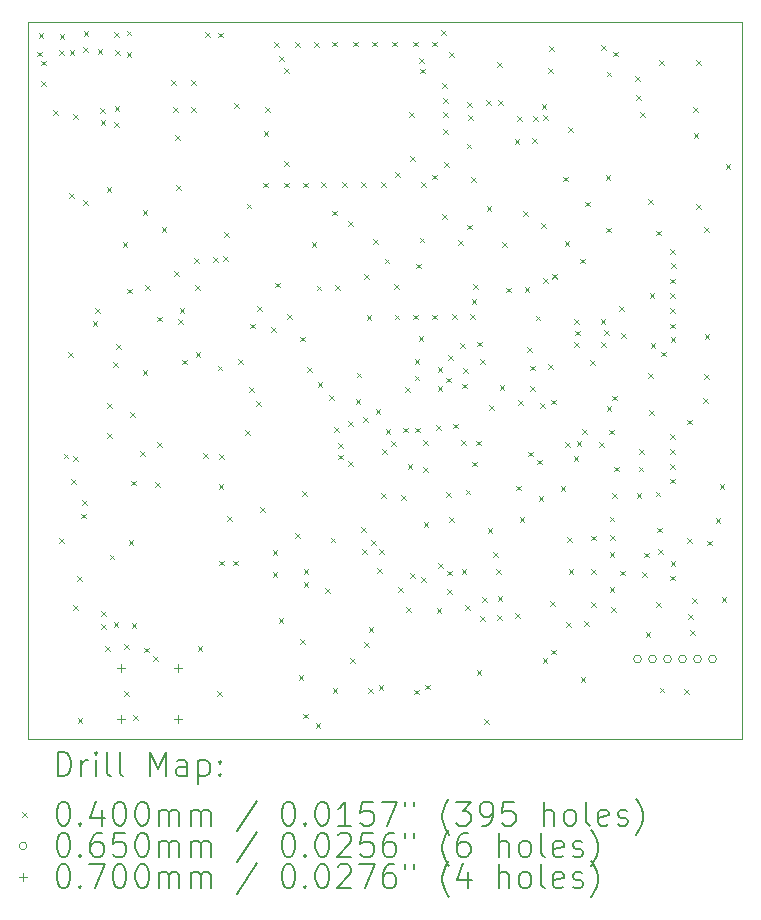
<source format=gbr>
%TF.GenerationSoftware,KiCad,Pcbnew,8.0.2*%
%TF.CreationDate,2025-04-21T15:08:10+02:00*%
%TF.ProjectId,logic,6c6f6769-632e-46b6-9963-61645f706362,rev?*%
%TF.SameCoordinates,Original*%
%TF.FileFunction,Drillmap*%
%TF.FilePolarity,Positive*%
%FSLAX45Y45*%
G04 Gerber Fmt 4.5, Leading zero omitted, Abs format (unit mm)*
G04 Created by KiCad (PCBNEW 8.0.2) date 2025-04-21 15:08:10*
%MOMM*%
%LPD*%
G01*
G04 APERTURE LIST*
%ADD10C,0.100000*%
%ADD11C,0.200000*%
G04 APERTURE END LIST*
D10*
X11559540Y-9761220D02*
X17612360Y-9761220D01*
X17612360Y-15826740D01*
X11559540Y-15826740D01*
X11559540Y-9761220D01*
D11*
D10*
X11641140Y-10010460D02*
X11681140Y-10050460D01*
X11681140Y-10010460D02*
X11641140Y-10050460D01*
X11653840Y-9852980D02*
X11693840Y-9892980D01*
X11693840Y-9852980D02*
X11653840Y-9892980D01*
X11674160Y-10086770D02*
X11714160Y-10126770D01*
X11714160Y-10086770D02*
X11674160Y-10126770D01*
X11674160Y-10259270D02*
X11714160Y-10299270D01*
X11714160Y-10259270D02*
X11674160Y-10299270D01*
X11775760Y-10508300D02*
X11815760Y-10548300D01*
X11815760Y-10508300D02*
X11775760Y-10548300D01*
X11824020Y-9995220D02*
X11864020Y-10035220D01*
X11864020Y-9995220D02*
X11824020Y-10035220D01*
X11829100Y-14132880D02*
X11869100Y-14172880D01*
X11869100Y-14132880D02*
X11829100Y-14172880D01*
X11831640Y-9860600D02*
X11871640Y-9900600D01*
X11871640Y-9860600D02*
X11831640Y-9900600D01*
X11863707Y-13415406D02*
X11903707Y-13455406D01*
X11903707Y-13415406D02*
X11863707Y-13455406D01*
X11899920Y-12554880D02*
X11939920Y-12594880D01*
X11939920Y-12554880D02*
X11899920Y-12594880D01*
X11899920Y-12554880D02*
X11939920Y-12594880D01*
X11939920Y-12554880D02*
X11899920Y-12594880D01*
X11899920Y-12554880D02*
X11939920Y-12594880D01*
X11939920Y-12554880D02*
X11899920Y-12594880D01*
X11910380Y-11206800D02*
X11950380Y-11246800D01*
X11950380Y-11206800D02*
X11910380Y-11246800D01*
X11915460Y-9995220D02*
X11955460Y-10035220D01*
X11955460Y-9995220D02*
X11915460Y-10035220D01*
X11925620Y-13627420D02*
X11965620Y-13667420D01*
X11965620Y-13627420D02*
X11925620Y-13667420D01*
X11943400Y-14694220D02*
X11983400Y-14734220D01*
X11983400Y-14694220D02*
X11943400Y-14734220D01*
X11945760Y-10537540D02*
X11985760Y-10577540D01*
X11985760Y-10537540D02*
X11945760Y-10577540D01*
X11945940Y-13436920D02*
X11985940Y-13476920D01*
X11985940Y-13436920D02*
X11945940Y-13476920D01*
X11976420Y-14452920D02*
X12016420Y-14492920D01*
X12016420Y-14452920D02*
X11976420Y-14492920D01*
X11984040Y-15654340D02*
X12024040Y-15694340D01*
X12024040Y-15654340D02*
X11984040Y-15694340D01*
X12011980Y-13922060D02*
X12051980Y-13962060D01*
X12051980Y-13922060D02*
X12011980Y-13962060D01*
X12019600Y-13810300D02*
X12059600Y-13850300D01*
X12059600Y-13810300D02*
X12019600Y-13850300D01*
X12027220Y-9974900D02*
X12067220Y-10014900D01*
X12067220Y-9974900D02*
X12027220Y-10014900D01*
X12027220Y-11270300D02*
X12067220Y-11310300D01*
X12067220Y-11270300D02*
X12027220Y-11310300D01*
X12034840Y-9840280D02*
X12074840Y-9880280D01*
X12074840Y-9840280D02*
X12034840Y-9880280D01*
X12111040Y-12291380D02*
X12151040Y-12331380D01*
X12151040Y-12291380D02*
X12111040Y-12331380D01*
X12131360Y-12184700D02*
X12171360Y-12224700D01*
X12171360Y-12184700D02*
X12131360Y-12224700D01*
X12151680Y-9987600D02*
X12191680Y-10027600D01*
X12191680Y-9987600D02*
X12151680Y-10027600D01*
X12172000Y-10490520D02*
X12212000Y-10530520D01*
X12212000Y-10490520D02*
X12172000Y-10530520D01*
X12177080Y-10589580D02*
X12217080Y-10629580D01*
X12217080Y-10589580D02*
X12177080Y-10629580D01*
X12179620Y-14856780D02*
X12219620Y-14896780D01*
X12219620Y-14856780D02*
X12179620Y-14896780D01*
X12182160Y-14745020D02*
X12222160Y-14785020D01*
X12222160Y-14745020D02*
X12182160Y-14785020D01*
X12215180Y-15044740D02*
X12255180Y-15084740D01*
X12255180Y-15044740D02*
X12215180Y-15084740D01*
X12227880Y-11158540D02*
X12267880Y-11198540D01*
X12267880Y-11158540D02*
X12227880Y-11198540D01*
X12232960Y-13238800D02*
X12272960Y-13278800D01*
X12272960Y-13238800D02*
X12232960Y-13278800D01*
X12234920Y-12989880D02*
X12274920Y-13029880D01*
X12274920Y-12989880D02*
X12234920Y-13029880D01*
X12253280Y-14270040D02*
X12293280Y-14310040D01*
X12293280Y-14270040D02*
X12253280Y-14310040D01*
X12281220Y-12641900D02*
X12321220Y-12681900D01*
X12321220Y-12641900D02*
X12281220Y-12681900D01*
X12288580Y-14839000D02*
X12328580Y-14879000D01*
X12328580Y-14839000D02*
X12288580Y-14879000D01*
X12293920Y-9845360D02*
X12333920Y-9885360D01*
X12333920Y-9845360D02*
X12293920Y-9885360D01*
X12293920Y-10604820D02*
X12333920Y-10644820D01*
X12333920Y-10604820D02*
X12293920Y-10644820D01*
X12296460Y-10472740D02*
X12336460Y-10512740D01*
X12336460Y-10472740D02*
X12296460Y-10512740D01*
X12301540Y-9995220D02*
X12341540Y-10035220D01*
X12341540Y-9995220D02*
X12301540Y-10035220D01*
X12311700Y-12486960D02*
X12351700Y-12526960D01*
X12351700Y-12486960D02*
X12311700Y-12526960D01*
X12364100Y-11620740D02*
X12404100Y-11660740D01*
X12404100Y-11620740D02*
X12364100Y-11660740D01*
X12375200Y-15029500D02*
X12415200Y-15069500D01*
X12415200Y-15029500D02*
X12375200Y-15069500D01*
X12376700Y-15425740D02*
X12416700Y-15465740D01*
X12416700Y-15425740D02*
X12376700Y-15465740D01*
X12398060Y-9832660D02*
X12438060Y-9872660D01*
X12438060Y-9832660D02*
X12398060Y-9872660D01*
X12398060Y-10013000D02*
X12438060Y-10053000D01*
X12438060Y-10013000D02*
X12398060Y-10053000D01*
X12403140Y-12017060D02*
X12443140Y-12057060D01*
X12443140Y-12017060D02*
X12403140Y-12057060D01*
X12414900Y-14145500D02*
X12454900Y-14185500D01*
X12454900Y-14145500D02*
X12414900Y-14185500D01*
X12426000Y-13060690D02*
X12466000Y-13100690D01*
X12466000Y-13060690D02*
X12426000Y-13100690D01*
X12436160Y-13642660D02*
X12476160Y-13682660D01*
X12476160Y-13642660D02*
X12436160Y-13682660D01*
X12441240Y-14851700D02*
X12481240Y-14891700D01*
X12481240Y-14851700D02*
X12441240Y-14891700D01*
X12452700Y-15628940D02*
X12492700Y-15668940D01*
X12492700Y-15628940D02*
X12452700Y-15668940D01*
X12514900Y-13393740D02*
X12554900Y-13433740D01*
X12554900Y-13393740D02*
X12514900Y-13433740D01*
X12532680Y-11353100D02*
X12572680Y-11393100D01*
X12572680Y-11353100D02*
X12532680Y-11393100D01*
X12532680Y-12707940D02*
X12572680Y-12747940D01*
X12572680Y-12707940D02*
X12532680Y-12747940D01*
X12548897Y-15055877D02*
X12588897Y-15095877D01*
X12588897Y-15055877D02*
X12548897Y-15095877D01*
X12553000Y-11989120D02*
X12593000Y-12029120D01*
X12593000Y-11989120D02*
X12553000Y-12029120D01*
X12623143Y-15130123D02*
X12663143Y-15170123D01*
X12663143Y-15130123D02*
X12623143Y-15170123D01*
X12639360Y-13657900D02*
X12679360Y-13697900D01*
X12679360Y-13657900D02*
X12639360Y-13697900D01*
X12654600Y-12254400D02*
X12694600Y-12294400D01*
X12694600Y-12254400D02*
X12654600Y-12294400D01*
X12654600Y-13320080D02*
X12694600Y-13360080D01*
X12694600Y-13320080D02*
X12654600Y-13360080D01*
X12695240Y-11496360D02*
X12735240Y-11536360D01*
X12735240Y-11496360D02*
X12695240Y-11536360D01*
X12695240Y-11496360D02*
X12735240Y-11536360D01*
X12735240Y-11496360D02*
X12695240Y-11536360D01*
X12776520Y-10251760D02*
X12816520Y-10291760D01*
X12816520Y-10251760D02*
X12776520Y-10291760D01*
X12791760Y-10477820D02*
X12831760Y-10517820D01*
X12831760Y-10477820D02*
X12791760Y-10517820D01*
X12799380Y-11869740D02*
X12839380Y-11909740D01*
X12839380Y-11869740D02*
X12799380Y-11909740D01*
X12809540Y-10716580D02*
X12849540Y-10756580D01*
X12849540Y-10716580D02*
X12809540Y-10756580D01*
X12814620Y-11140760D02*
X12854620Y-11180760D01*
X12854620Y-11140760D02*
X12814620Y-11180760D01*
X12834940Y-12276140D02*
X12874940Y-12316140D01*
X12874940Y-12276140D02*
X12834940Y-12316140D01*
X12847640Y-12184700D02*
X12887640Y-12224700D01*
X12887640Y-12184700D02*
X12847640Y-12224700D01*
X12870500Y-12619040D02*
X12910500Y-12659040D01*
X12910500Y-12619040D02*
X12870500Y-12659040D01*
X12944160Y-10249220D02*
X12984160Y-10289220D01*
X12984160Y-10249220D02*
X12944160Y-10289220D01*
X12944160Y-10482900D02*
X12984160Y-10522900D01*
X12984160Y-10482900D02*
X12944160Y-10522900D01*
X12972100Y-11762040D02*
X13012100Y-11802040D01*
X13012100Y-11762040D02*
X12972100Y-11802040D01*
X12977180Y-11989120D02*
X13017180Y-12029120D01*
X13017180Y-11989120D02*
X12977180Y-12029120D01*
X12982260Y-12558080D02*
X13022260Y-12598080D01*
X13022260Y-12558080D02*
X12982260Y-12598080D01*
X13000040Y-15042200D02*
X13040040Y-15082200D01*
X13040040Y-15042200D02*
X13000040Y-15082200D01*
X13043220Y-13411520D02*
X13083220Y-13451520D01*
X13083220Y-13411520D02*
X13043220Y-13451520D01*
X13063540Y-9842820D02*
X13103540Y-9882820D01*
X13103540Y-9842820D02*
X13063540Y-9882820D01*
X13129580Y-11747820D02*
X13169580Y-11787820D01*
X13169580Y-11747820D02*
X13129580Y-11787820D01*
X13165140Y-15423200D02*
X13205140Y-15463200D01*
X13205140Y-15423200D02*
X13165140Y-15463200D01*
X13167680Y-12669840D02*
X13207680Y-12709840D01*
X13207680Y-12669840D02*
X13167680Y-12709840D01*
X13175300Y-9850440D02*
X13215300Y-9890440D01*
X13215300Y-9850440D02*
X13175300Y-9890440D01*
X13177840Y-13675680D02*
X13217840Y-13715680D01*
X13217840Y-13675680D02*
X13177840Y-13715680D01*
X13180380Y-13419140D02*
X13220380Y-13459140D01*
X13220380Y-13419140D02*
X13180380Y-13459140D01*
X13180380Y-14320840D02*
X13220380Y-14360840D01*
X13220380Y-14320840D02*
X13180380Y-14360840D01*
X13215940Y-11742740D02*
X13255940Y-11782740D01*
X13255940Y-11742740D02*
X13215940Y-11782740D01*
X13226100Y-11537000D02*
X13266100Y-11577000D01*
X13266100Y-11537000D02*
X13226100Y-11577000D01*
X13249597Y-13945557D02*
X13289597Y-13985557D01*
X13289597Y-13945557D02*
X13249597Y-13985557D01*
X13298417Y-14319497D02*
X13338417Y-14359497D01*
X13338417Y-14319497D02*
X13298417Y-14359497D01*
X13307380Y-10444800D02*
X13347380Y-10484800D01*
X13347380Y-10444800D02*
X13307380Y-10484800D01*
X13344460Y-12616500D02*
X13384460Y-12656500D01*
X13384460Y-12616500D02*
X13344460Y-12656500D01*
X13403900Y-13215940D02*
X13443900Y-13255940D01*
X13443900Y-13215940D02*
X13403900Y-13255940D01*
X13414060Y-11298240D02*
X13454060Y-11338240D01*
X13454060Y-11298240D02*
X13414060Y-11338240D01*
X13433603Y-12848969D02*
X13473603Y-12888969D01*
X13473603Y-12848969D02*
X13433603Y-12888969D01*
X13443099Y-12312799D02*
X13483099Y-12352799D01*
X13483099Y-12312799D02*
X13443099Y-12352799D01*
X13492800Y-12969560D02*
X13532800Y-13009560D01*
X13532800Y-12969560D02*
X13492800Y-13009560D01*
X13502960Y-12164380D02*
X13542960Y-12204380D01*
X13542960Y-12164380D02*
X13502960Y-12204380D01*
X13529480Y-13868410D02*
X13569480Y-13908410D01*
X13569480Y-13868410D02*
X13529480Y-13908410D01*
X13553760Y-11120440D02*
X13593760Y-11160440D01*
X13593760Y-11120440D02*
X13553760Y-11160440D01*
X13558580Y-10684800D02*
X13598580Y-10724800D01*
X13598580Y-10684800D02*
X13558580Y-10724800D01*
X13569000Y-10480360D02*
X13609000Y-10520360D01*
X13609000Y-10480360D02*
X13569000Y-10520360D01*
X13619090Y-12341870D02*
X13659090Y-12381870D01*
X13659090Y-12341870D02*
X13619090Y-12381870D01*
X13635040Y-14231940D02*
X13675040Y-14271940D01*
X13675040Y-14231940D02*
X13635040Y-14271940D01*
X13635040Y-14414820D02*
X13675040Y-14454820D01*
X13675040Y-14414820D02*
X13635040Y-14454820D01*
X13645200Y-9929180D02*
X13685200Y-9969180D01*
X13685200Y-9929180D02*
X13645200Y-9969180D01*
X13657900Y-11966260D02*
X13697900Y-12006260D01*
X13697900Y-11966260D02*
X13657900Y-12006260D01*
X13685200Y-14808520D02*
X13725200Y-14848520D01*
X13725200Y-14808520D02*
X13685200Y-14848520D01*
X13690920Y-10051100D02*
X13730920Y-10091100D01*
X13730920Y-10051100D02*
X13690920Y-10091100D01*
X13729020Y-10937560D02*
X13769020Y-10977560D01*
X13769020Y-10937560D02*
X13729020Y-10977560D01*
X13731560Y-11120440D02*
X13771560Y-11160440D01*
X13771560Y-11120440D02*
X13731560Y-11160440D01*
X13734100Y-10147620D02*
X13774100Y-10187620D01*
X13774100Y-10147620D02*
X13734100Y-10187620D01*
X13759500Y-12232960D02*
X13799500Y-12272960D01*
X13799500Y-12232960D02*
X13759500Y-12272960D01*
X13823000Y-9929180D02*
X13863000Y-9969180D01*
X13863000Y-9929180D02*
X13823000Y-9969180D01*
X13823000Y-14088460D02*
X13863000Y-14128460D01*
X13863000Y-14088460D02*
X13823000Y-14128460D01*
X13853480Y-15288580D02*
X13893480Y-15328580D01*
X13893480Y-15288580D02*
X13853480Y-15328580D01*
X13866180Y-12423150D02*
X13906180Y-12463150D01*
X13906180Y-12423150D02*
X13866180Y-12463150D01*
X13866180Y-14983780D02*
X13906180Y-15023780D01*
X13906180Y-14983780D02*
X13866180Y-15023780D01*
X13885480Y-13731560D02*
X13925480Y-13771560D01*
X13925480Y-13731560D02*
X13885480Y-13771560D01*
X13891580Y-15616240D02*
X13931580Y-15656240D01*
X13931580Y-15616240D02*
X13891580Y-15656240D01*
X13894120Y-11120440D02*
X13934120Y-11160440D01*
X13934120Y-11120440D02*
X13894120Y-11160440D01*
X13896440Y-14395340D02*
X13936440Y-14435340D01*
X13936440Y-14395340D02*
X13896440Y-14435340D01*
X13896440Y-14500340D02*
X13936440Y-14540340D01*
X13936440Y-14500340D02*
X13896440Y-14540340D01*
X13924600Y-12682540D02*
X13964600Y-12722540D01*
X13964600Y-12682540D02*
X13924600Y-12722540D01*
X13964300Y-11620740D02*
X14004300Y-11660740D01*
X14004300Y-11620740D02*
X13964300Y-11660740D01*
X13985560Y-9929180D02*
X14025560Y-9969180D01*
X14025560Y-9929180D02*
X13985560Y-9969180D01*
X13998260Y-15694980D02*
X14038260Y-15734980D01*
X14038260Y-15694980D02*
X13998260Y-15734980D01*
X14005880Y-11991660D02*
X14045880Y-12031660D01*
X14045880Y-11991660D02*
X14005880Y-12031660D01*
X14016040Y-12812080D02*
X14056040Y-12852080D01*
X14056040Y-12812080D02*
X14016040Y-12852080D01*
X14043980Y-11117900D02*
X14083980Y-11157900D01*
X14083980Y-11117900D02*
X14043980Y-11157900D01*
X14079540Y-14554520D02*
X14119540Y-14594520D01*
X14119540Y-14554520D02*
X14079540Y-14594520D01*
X14112560Y-12921300D02*
X14152560Y-12961300D01*
X14152560Y-12921300D02*
X14112560Y-12961300D01*
X14125120Y-14125500D02*
X14165120Y-14165500D01*
X14165120Y-14125500D02*
X14125120Y-14165500D01*
X14135420Y-9926640D02*
X14175420Y-9966640D01*
X14175420Y-9926640D02*
X14135420Y-9966640D01*
X14136840Y-11358180D02*
X14176840Y-11398180D01*
X14176840Y-11358180D02*
X14136840Y-11398180D01*
X14143040Y-15400340D02*
X14183040Y-15440340D01*
X14183040Y-15400340D02*
X14143040Y-15440340D01*
X14155740Y-13190350D02*
X14195740Y-13230350D01*
X14195740Y-13190350D02*
X14155740Y-13230350D01*
X14165900Y-11986580D02*
X14205900Y-12026580D01*
X14205900Y-11986580D02*
X14165900Y-12026580D01*
X14188760Y-13323050D02*
X14228760Y-13363050D01*
X14228760Y-13323050D02*
X14188760Y-13363050D01*
X14191804Y-13423004D02*
X14231804Y-13463004D01*
X14231804Y-13423004D02*
X14191804Y-13463004D01*
X14221780Y-11117900D02*
X14261780Y-11157900D01*
X14261780Y-11117900D02*
X14221780Y-11157900D01*
X14274674Y-13478974D02*
X14314674Y-13518974D01*
X14314674Y-13478974D02*
X14274674Y-13518974D01*
X14275120Y-11448100D02*
X14315120Y-11488100D01*
X14315120Y-11448100D02*
X14275120Y-11488100D01*
X14275120Y-13137200D02*
X14315120Y-13177200D01*
X14315120Y-13137200D02*
X14275120Y-13177200D01*
X14290360Y-15147580D02*
X14330360Y-15187580D01*
X14330360Y-15147580D02*
X14290360Y-15187580D01*
X14313220Y-9926640D02*
X14353220Y-9966640D01*
X14353220Y-9926640D02*
X14313220Y-9966640D01*
X14336080Y-12951780D02*
X14376080Y-12991780D01*
X14376080Y-12951780D02*
X14336080Y-12991780D01*
X14346240Y-12728260D02*
X14386240Y-12768260D01*
X14386240Y-12728260D02*
X14346240Y-12768260D01*
X14384340Y-11117900D02*
X14424340Y-11157900D01*
X14424340Y-11117900D02*
X14384340Y-11157900D01*
X14386060Y-14034787D02*
X14426060Y-14074787D01*
X14426060Y-14034787D02*
X14386060Y-14074787D01*
X14394500Y-14221780D02*
X14434500Y-14261780D01*
X14434500Y-14221780D02*
X14394500Y-14261780D01*
X14402120Y-13106720D02*
X14442120Y-13146720D01*
X14442120Y-13106720D02*
X14402120Y-13146720D01*
X14409740Y-11895140D02*
X14449740Y-11935140D01*
X14449740Y-11895140D02*
X14409740Y-11935140D01*
X14409740Y-15009880D02*
X14449740Y-15049880D01*
X14449740Y-15009880D02*
X14409740Y-15049880D01*
X14430060Y-12243120D02*
X14470060Y-12283120D01*
X14470060Y-12243120D02*
X14430060Y-12283120D01*
X14440220Y-15402880D02*
X14480220Y-15442880D01*
X14480220Y-15402880D02*
X14440220Y-15442880D01*
X14447840Y-14884720D02*
X14487840Y-14924720D01*
X14487840Y-14884720D02*
X14447840Y-14924720D01*
X14468160Y-14145580D02*
X14508160Y-14185580D01*
X14508160Y-14145580D02*
X14468160Y-14185580D01*
X14475780Y-9926640D02*
X14515780Y-9966640D01*
X14515780Y-9926640D02*
X14475780Y-9966640D01*
X14483400Y-11595420D02*
X14523400Y-11635420D01*
X14523400Y-11595420D02*
X14483400Y-11635420D01*
X14506260Y-13038450D02*
X14546260Y-13078450D01*
X14546260Y-13038450D02*
X14506260Y-13078450D01*
X14521500Y-14381800D02*
X14561500Y-14421800D01*
X14561500Y-14381800D02*
X14521500Y-14421800D01*
X14531660Y-15372400D02*
X14571660Y-15412400D01*
X14571660Y-15372400D02*
X14531660Y-15412400D01*
X14534200Y-14223320D02*
X14574200Y-14263320D01*
X14574200Y-14223320D02*
X14534200Y-14263320D01*
X14551980Y-11117900D02*
X14591980Y-11157900D01*
X14591980Y-11117900D02*
X14551980Y-11157900D01*
X14551980Y-13749340D02*
X14591980Y-13789340D01*
X14591980Y-13749340D02*
X14551980Y-13789340D01*
X14560870Y-13377230D02*
X14600870Y-13417230D01*
X14600870Y-13377230D02*
X14560870Y-13417230D01*
X14582460Y-11763060D02*
X14622460Y-11803060D01*
X14622460Y-11763060D02*
X14582460Y-11803060D01*
X14590080Y-13208320D02*
X14630080Y-13248320D01*
X14630080Y-13208320D02*
X14590080Y-13248320D01*
X14635512Y-13310683D02*
X14675512Y-13350683D01*
X14675512Y-13310683D02*
X14635512Y-13350683D01*
X14643420Y-9926640D02*
X14683420Y-9966640D01*
X14683420Y-9926640D02*
X14643420Y-9966640D01*
X14661200Y-11978960D02*
X14701200Y-12018960D01*
X14701200Y-11978960D02*
X14661200Y-12018960D01*
X14666280Y-12238040D02*
X14706280Y-12278040D01*
X14706280Y-12238040D02*
X14666280Y-12278040D01*
X14668820Y-11034080D02*
X14708820Y-11074080D01*
X14708820Y-11034080D02*
X14668820Y-11074080D01*
X14694220Y-14544360D02*
X14734220Y-14584360D01*
X14734220Y-14544360D02*
X14694220Y-14584360D01*
X14719620Y-13764580D02*
X14759620Y-13804580D01*
X14759620Y-13764580D02*
X14719620Y-13804580D01*
X14736360Y-13194893D02*
X14776360Y-13234893D01*
X14776360Y-13194893D02*
X14736360Y-13234893D01*
X14757720Y-12850180D02*
X14797720Y-12890180D01*
X14797720Y-12850180D02*
X14757720Y-12890180D01*
X14767570Y-14717080D02*
X14807570Y-14757080D01*
X14807570Y-14717080D02*
X14767570Y-14757080D01*
X14778040Y-13500420D02*
X14818040Y-13540420D01*
X14818040Y-13500420D02*
X14778040Y-13540420D01*
X14790440Y-10523540D02*
X14830440Y-10563540D01*
X14830440Y-10523540D02*
X14790440Y-10563540D01*
X14795820Y-10894380D02*
X14835820Y-10934380D01*
X14835820Y-10894380D02*
X14795820Y-10934380D01*
X14795820Y-14424980D02*
X14835820Y-14464980D01*
X14835820Y-14424980D02*
X14795820Y-14464980D01*
X14821220Y-9926640D02*
X14861220Y-9966640D01*
X14861220Y-9926640D02*
X14821220Y-9966640D01*
X14823760Y-12238040D02*
X14863760Y-12278040D01*
X14863760Y-12238040D02*
X14823760Y-12278040D01*
X14833920Y-15413040D02*
X14873920Y-15453040D01*
X14873920Y-15413040D02*
X14833920Y-15453040D01*
X14836460Y-12616500D02*
X14876460Y-12656500D01*
X14876460Y-12616500D02*
X14836460Y-12656500D01*
X14836460Y-12753660D02*
X14876460Y-12793660D01*
X14876460Y-12753660D02*
X14836460Y-12793660D01*
X14841360Y-13194893D02*
X14881360Y-13234893D01*
X14881360Y-13194893D02*
X14841360Y-13234893D01*
X14849160Y-11806240D02*
X14889160Y-11846240D01*
X14889160Y-11806240D02*
X14849160Y-11846240D01*
X14869480Y-12420920D02*
X14909480Y-12460920D01*
X14909480Y-12420920D02*
X14869480Y-12460920D01*
X14874560Y-10066340D02*
X14914560Y-10106340D01*
X14914560Y-10066340D02*
X14874560Y-10106340D01*
X14879640Y-11585260D02*
X14919640Y-11625260D01*
X14919640Y-11585260D02*
X14879640Y-11625260D01*
X14882180Y-10155240D02*
X14922180Y-10195240D01*
X14922180Y-10155240D02*
X14882180Y-10195240D01*
X14892340Y-11117900D02*
X14932340Y-11157900D01*
X14932340Y-11117900D02*
X14892340Y-11157900D01*
X14892340Y-14460540D02*
X14932340Y-14500540D01*
X14932340Y-14460540D02*
X14892340Y-14500540D01*
X14907580Y-13302300D02*
X14947580Y-13342300D01*
X14947580Y-13302300D02*
X14907580Y-13342300D01*
X14910120Y-13530900D02*
X14950120Y-13570900D01*
X14950120Y-13530900D02*
X14910120Y-13570900D01*
X14913860Y-13995720D02*
X14953860Y-14035720D01*
X14953860Y-13995720D02*
X14913860Y-14035720D01*
X14927900Y-15369860D02*
X14967900Y-15409860D01*
X14967900Y-15369860D02*
X14927900Y-15409860D01*
X14983780Y-9926640D02*
X15023780Y-9966640D01*
X15023780Y-9926640D02*
X14983780Y-9966640D01*
X14983780Y-11051860D02*
X15023780Y-11091860D01*
X15023780Y-11051860D02*
X14983780Y-11091860D01*
X14983780Y-12238040D02*
X15023780Y-12278040D01*
X15023780Y-12238040D02*
X14983780Y-12278040D01*
X15016800Y-13175300D02*
X15056800Y-13215300D01*
X15056800Y-13175300D02*
X15016800Y-13215300D01*
X15021880Y-14722160D02*
X15061880Y-14762160D01*
X15061880Y-14722160D02*
X15021880Y-14762160D01*
X15030210Y-12842560D02*
X15070210Y-12882560D01*
X15070210Y-12842560D02*
X15030210Y-12882560D01*
X15032113Y-12679927D02*
X15072113Y-12719927D01*
X15072113Y-12679927D02*
X15032113Y-12719927D01*
X15037120Y-14341160D02*
X15077120Y-14381160D01*
X15077120Y-14341160D02*
X15037120Y-14381160D01*
X15062520Y-9830120D02*
X15102520Y-9870120D01*
X15102520Y-9830120D02*
X15062520Y-9870120D01*
X15067600Y-11387140D02*
X15107600Y-11427140D01*
X15107600Y-11387140D02*
X15067600Y-11427140D01*
X15071660Y-10278018D02*
X15111660Y-10318018D01*
X15111660Y-10278018D02*
X15071660Y-10318018D01*
X15075220Y-10401620D02*
X15115220Y-10441620D01*
X15115220Y-10401620D02*
X15075220Y-10441620D01*
X15077760Y-10665780D02*
X15117760Y-10705780D01*
X15117760Y-10665780D02*
X15077760Y-10705780D01*
X15080300Y-10526080D02*
X15120300Y-10566080D01*
X15120300Y-10526080D02*
X15080300Y-10566080D01*
X15085380Y-10945180D02*
X15125380Y-10985180D01*
X15125380Y-10945180D02*
X15085380Y-10985180D01*
X15100620Y-13741720D02*
X15140620Y-13781720D01*
X15140620Y-13741720D02*
X15100620Y-13781720D01*
X15101086Y-12772015D02*
X15141086Y-12812015D01*
X15141086Y-12772015D02*
X15101086Y-12812015D01*
X15110780Y-14559600D02*
X15150780Y-14599600D01*
X15150780Y-14559600D02*
X15110780Y-14599600D01*
X15113459Y-14405754D02*
X15153459Y-14445754D01*
X15153459Y-14405754D02*
X15113459Y-14445754D01*
X15122137Y-12582283D02*
X15162137Y-12622283D01*
X15162137Y-12582283D02*
X15122137Y-12622283D01*
X15131100Y-10013000D02*
X15171100Y-10053000D01*
X15171100Y-10013000D02*
X15131100Y-10053000D01*
X15131100Y-13952540D02*
X15171100Y-13992540D01*
X15171100Y-13952540D02*
X15131100Y-13992540D01*
X15151420Y-12232960D02*
X15191420Y-12272960D01*
X15191420Y-12232960D02*
X15151420Y-12272960D01*
X15161580Y-13160060D02*
X15201580Y-13200060D01*
X15201580Y-13160060D02*
X15161580Y-13200060D01*
X15204760Y-11605580D02*
X15244760Y-11645580D01*
X15244760Y-11605580D02*
X15204760Y-11645580D01*
X15222467Y-12481953D02*
X15262467Y-12521953D01*
X15262467Y-12481953D02*
X15222467Y-12521953D01*
X15230160Y-13302300D02*
X15270160Y-13342300D01*
X15270160Y-13302300D02*
X15230160Y-13342300D01*
X15235240Y-14389420D02*
X15275240Y-14429420D01*
X15275240Y-14389420D02*
X15235240Y-14429420D01*
X15237780Y-12822240D02*
X15277780Y-12862240D01*
X15277780Y-12822240D02*
X15237780Y-12862240D01*
X15245400Y-12692700D02*
X15285400Y-12732700D01*
X15285400Y-12692700D02*
X15245400Y-12732700D01*
X15261940Y-14694220D02*
X15301940Y-14734220D01*
X15301940Y-14694220D02*
X15261940Y-14734220D01*
X15268260Y-13718860D02*
X15308260Y-13758860D01*
X15308260Y-13718860D02*
X15268260Y-13758860D01*
X15275880Y-10790240D02*
X15315880Y-10830240D01*
X15315880Y-10790240D02*
X15275880Y-10830240D01*
X15278420Y-10437180D02*
X15318420Y-10477180D01*
X15318420Y-10437180D02*
X15278420Y-10477180D01*
X15283500Y-11476040D02*
X15323500Y-11516040D01*
X15323500Y-11476040D02*
X15283500Y-11516040D01*
X15288580Y-10551480D02*
X15328580Y-10591480D01*
X15328580Y-10551480D02*
X15288580Y-10591480D01*
X15306360Y-12232960D02*
X15346360Y-12272960D01*
X15346360Y-12232960D02*
X15306360Y-12272960D01*
X15313980Y-11074720D02*
X15353980Y-11114720D01*
X15353980Y-11074720D02*
X15313980Y-11114720D01*
X15319060Y-12108500D02*
X15359060Y-12148500D01*
X15359060Y-12108500D02*
X15319060Y-12148500D01*
X15321600Y-13482640D02*
X15361600Y-13522640D01*
X15361600Y-13482640D02*
X15321600Y-13522640D01*
X15334300Y-11976420D02*
X15374300Y-12016420D01*
X15374300Y-11976420D02*
X15334300Y-12016420D01*
X15357160Y-13304840D02*
X15397160Y-13344840D01*
X15397160Y-13304840D02*
X15357160Y-13344840D01*
X15362240Y-15245400D02*
X15402240Y-15285400D01*
X15402240Y-15245400D02*
X15362240Y-15285400D01*
X15367320Y-12466640D02*
X15407320Y-12506640D01*
X15407320Y-12466640D02*
X15367320Y-12506640D01*
X15390180Y-12611420D02*
X15430180Y-12651420D01*
X15430180Y-12611420D02*
X15390180Y-12651420D01*
X15390180Y-14793280D02*
X15430180Y-14833280D01*
X15430180Y-14793280D02*
X15390180Y-14833280D01*
X15407960Y-14629420D02*
X15447960Y-14669420D01*
X15447960Y-14629420D02*
X15407960Y-14669420D01*
X15423200Y-15661960D02*
X15463200Y-15701960D01*
X15463200Y-15661960D02*
X15423200Y-15701960D01*
X15440980Y-10424480D02*
X15480980Y-10464480D01*
X15480980Y-10424480D02*
X15440980Y-10464480D01*
X15446060Y-11316020D02*
X15486060Y-11356020D01*
X15486060Y-11316020D02*
X15446060Y-11356020D01*
X15453680Y-14043980D02*
X15493680Y-14083980D01*
X15493680Y-14043980D02*
X15453680Y-14083980D01*
X15468920Y-13002580D02*
X15508920Y-13042580D01*
X15508920Y-13002580D02*
X15468920Y-13042580D01*
X15501940Y-14249720D02*
X15541940Y-14289720D01*
X15541940Y-14249720D02*
X15501940Y-14289720D01*
X15525803Y-14394810D02*
X15565803Y-14434810D01*
X15565803Y-14394810D02*
X15525803Y-14434810D01*
X15534960Y-14783120D02*
X15574960Y-14823120D01*
X15574960Y-14783120D02*
X15534960Y-14823120D01*
X15537500Y-10099360D02*
X15577500Y-10139360D01*
X15577500Y-10099360D02*
X15537500Y-10139360D01*
X15539397Y-14620194D02*
X15579397Y-14660194D01*
X15579397Y-14620194D02*
X15539397Y-14660194D01*
X15545120Y-10421940D02*
X15585120Y-10461940D01*
X15585120Y-10421940D02*
X15545120Y-10461940D01*
X15555280Y-12837480D02*
X15595280Y-12877480D01*
X15595280Y-12837480D02*
X15555280Y-12877480D01*
X15579740Y-11620740D02*
X15619740Y-11660740D01*
X15619740Y-11620740D02*
X15579740Y-11660740D01*
X15613700Y-12009440D02*
X15653700Y-12049440D01*
X15653700Y-12009440D02*
X15613700Y-12049440D01*
X15682280Y-10754680D02*
X15722280Y-10794680D01*
X15722280Y-10754680D02*
X15682280Y-10794680D01*
X15684820Y-14767880D02*
X15724820Y-14807880D01*
X15724820Y-14767880D02*
X15684820Y-14807880D01*
X15697520Y-13685840D02*
X15737520Y-13725840D01*
X15737520Y-13685840D02*
X15697520Y-13725840D01*
X15705140Y-10556560D02*
X15745140Y-10596560D01*
X15745140Y-10556560D02*
X15705140Y-10596560D01*
X15715300Y-12959400D02*
X15755300Y-12999400D01*
X15755300Y-12959400D02*
X15715300Y-12999400D01*
X15725460Y-13952540D02*
X15765460Y-13992540D01*
X15765460Y-13952540D02*
X15725460Y-13992540D01*
X15754740Y-11360720D02*
X15794740Y-11400720D01*
X15794740Y-11360720D02*
X15754740Y-11400720D01*
X15768640Y-12001820D02*
X15808640Y-12041820D01*
X15808640Y-12001820D02*
X15768640Y-12041820D01*
X15786420Y-12512360D02*
X15826420Y-12552360D01*
X15826420Y-12512360D02*
X15786420Y-12552360D01*
X15799120Y-13396590D02*
X15839120Y-13436590D01*
X15839120Y-13396590D02*
X15799120Y-13436590D01*
X15816900Y-12669840D02*
X15856900Y-12709840D01*
X15856900Y-12669840D02*
X15816900Y-12709840D01*
X15816900Y-12845100D02*
X15856900Y-12885100D01*
X15856900Y-12845100D02*
X15816900Y-12885100D01*
X15832140Y-10744520D02*
X15872140Y-10784520D01*
X15872140Y-10744520D02*
X15832140Y-10784520D01*
X15837220Y-10556560D02*
X15877220Y-10596560D01*
X15877220Y-10556560D02*
X15837220Y-10596560D01*
X15861580Y-12245740D02*
X15901580Y-12285740D01*
X15901580Y-12245740D02*
X15861580Y-12285740D01*
X15872780Y-13465659D02*
X15912780Y-13505659D01*
X15912780Y-13465659D02*
X15872780Y-13505659D01*
X15886720Y-13772200D02*
X15926720Y-13812200D01*
X15926720Y-13772200D02*
X15886720Y-13812200D01*
X15900720Y-12984800D02*
X15940720Y-13024800D01*
X15940720Y-12984800D02*
X15900720Y-13024800D01*
X15905800Y-11460800D02*
X15945800Y-11500800D01*
X15945800Y-11460800D02*
X15905800Y-11500800D01*
X15910880Y-10452420D02*
X15950880Y-10492420D01*
X15950880Y-10452420D02*
X15910880Y-10492420D01*
X15919477Y-15147903D02*
X15959477Y-15187903D01*
X15959477Y-15147903D02*
X15919477Y-15187903D01*
X15926120Y-10551480D02*
X15966120Y-10591480D01*
X15966120Y-10551480D02*
X15926120Y-10591480D01*
X15926293Y-11928073D02*
X15966293Y-11968073D01*
X15966293Y-11928073D02*
X15926293Y-11968073D01*
X15968060Y-12657140D02*
X16008060Y-12697140D01*
X16008060Y-12657140D02*
X15968060Y-12697140D01*
X15969300Y-10147620D02*
X16009300Y-10187620D01*
X16009300Y-10147620D02*
X15969300Y-10187620D01*
X15976920Y-9964740D02*
X16016920Y-10004740D01*
X16016920Y-9964740D02*
X15976920Y-10004740D01*
X15982000Y-14666280D02*
X16022000Y-14706280D01*
X16022000Y-14666280D02*
X15982000Y-14706280D01*
X15992160Y-12956860D02*
X16032160Y-12996860D01*
X16032160Y-12956860D02*
X15992160Y-12996860D01*
X15993723Y-15073657D02*
X16033723Y-15113657D01*
X16033723Y-15073657D02*
X15993723Y-15113657D01*
X16002320Y-11890060D02*
X16042320Y-11930060D01*
X16042320Y-11890060D02*
X16002320Y-11930060D01*
X16002320Y-11892600D02*
X16042320Y-11932600D01*
X16042320Y-11892600D02*
X16002320Y-11932600D01*
X16073440Y-13690920D02*
X16113440Y-13730920D01*
X16113440Y-13690920D02*
X16073440Y-13730920D01*
X16096300Y-11069640D02*
X16136300Y-11109640D01*
X16136300Y-11069640D02*
X16096300Y-11109640D01*
X16106460Y-11613200D02*
X16146460Y-11653200D01*
X16146460Y-11613200D02*
X16106460Y-11653200D01*
X16108927Y-13320007D02*
X16148927Y-13360007D01*
X16148927Y-13320007D02*
X16108927Y-13360007D01*
X16116620Y-14838690D02*
X16156620Y-14878690D01*
X16156620Y-14838690D02*
X16116620Y-14878690D01*
X16130843Y-14119137D02*
X16170843Y-14159137D01*
X16170843Y-14119137D02*
X16130843Y-14159137D01*
X16134400Y-10648000D02*
X16174400Y-10688000D01*
X16174400Y-10648000D02*
X16134400Y-10688000D01*
X16141000Y-14390920D02*
X16181000Y-14430920D01*
X16181000Y-14390920D02*
X16141000Y-14430920D01*
X16183153Y-13433446D02*
X16223153Y-13473446D01*
X16223153Y-13433446D02*
X16183153Y-13473446D01*
X16189905Y-12272980D02*
X16229905Y-12312980D01*
X16229905Y-12272980D02*
X16189905Y-12312980D01*
X16189905Y-12472340D02*
X16229905Y-12512340D01*
X16229905Y-12472340D02*
X16189905Y-12512340D01*
X16197900Y-12372660D02*
X16237900Y-12412660D01*
X16237900Y-12372660D02*
X16197900Y-12412660D01*
X16208125Y-13307372D02*
X16248125Y-13347372D01*
X16248125Y-13307372D02*
X16208125Y-13347372D01*
X16236000Y-11764580D02*
X16276000Y-11804580D01*
X16276000Y-11764580D02*
X16236000Y-11804580D01*
X16241080Y-15303820D02*
X16281080Y-15343820D01*
X16281080Y-15303820D02*
X16241080Y-15343820D01*
X16252583Y-13204583D02*
X16292583Y-13244583D01*
X16292583Y-13204583D02*
X16252583Y-13244583D01*
X16271820Y-14832500D02*
X16311820Y-14872500D01*
X16311820Y-14832500D02*
X16271820Y-14872500D01*
X16281720Y-11280460D02*
X16321720Y-11320460D01*
X16321720Y-11280460D02*
X16281720Y-11320460D01*
X16322360Y-12621580D02*
X16362360Y-12661580D01*
X16362360Y-12621580D02*
X16322360Y-12661580D01*
X16331000Y-14108980D02*
X16371000Y-14148980D01*
X16371000Y-14108980D02*
X16331000Y-14148980D01*
X16331000Y-14390920D02*
X16371000Y-14430920D01*
X16371000Y-14390920D02*
X16331000Y-14430920D01*
X16331000Y-14672860D02*
X16371000Y-14712860D01*
X16371000Y-14672860D02*
X16331000Y-14712860D01*
X16396020Y-13315000D02*
X16436020Y-13355000D01*
X16436020Y-13315000D02*
X16396020Y-13355000D01*
X16411260Y-12273600D02*
X16451260Y-12313600D01*
X16451260Y-12273600D02*
X16411260Y-12313600D01*
X16413800Y-9957120D02*
X16453800Y-9997120D01*
X16453800Y-9957120D02*
X16413800Y-9997120D01*
X16417780Y-12467660D02*
X16457780Y-12507660D01*
X16457780Y-12467660D02*
X16417780Y-12507660D01*
X16444030Y-12370120D02*
X16484030Y-12410120D01*
X16484030Y-12370120D02*
X16444030Y-12410120D01*
X16454440Y-11056940D02*
X16494440Y-11096940D01*
X16494440Y-11056940D02*
X16454440Y-11096940D01*
X16459106Y-11501026D02*
X16499106Y-11541026D01*
X16499106Y-11501026D02*
X16459106Y-11541026D01*
X16462060Y-10179400D02*
X16502060Y-10219400D01*
X16502060Y-10179400D02*
X16462060Y-10219400D01*
X16462060Y-13012740D02*
X16502060Y-13052740D01*
X16502060Y-13012740D02*
X16462060Y-13052740D01*
X16482380Y-13210860D02*
X16522380Y-13250860D01*
X16522380Y-13210860D02*
X16482380Y-13250860D01*
X16487460Y-13948700D02*
X16527460Y-13988700D01*
X16527460Y-13948700D02*
X16487460Y-13988700D01*
X16487460Y-14245880D02*
X16527460Y-14285880D01*
X16527460Y-14245880D02*
X16487460Y-14285880D01*
X16487460Y-14543060D02*
X16527460Y-14583060D01*
X16527460Y-14543060D02*
X16487460Y-14583060D01*
X16490000Y-14104940D02*
X16530000Y-14144940D01*
X16530000Y-14104940D02*
X16490000Y-14144940D01*
X16500160Y-14717080D02*
X16540160Y-14757080D01*
X16540160Y-14717080D02*
X16500160Y-14757080D01*
X16507780Y-12923840D02*
X16547780Y-12963840D01*
X16547780Y-12923840D02*
X16507780Y-12963840D01*
X16510320Y-13751880D02*
X16550320Y-13791880D01*
X16550320Y-13751880D02*
X16510320Y-13791880D01*
X16517940Y-10010460D02*
X16557940Y-10050460D01*
X16557940Y-10010460D02*
X16517940Y-10050460D01*
X16525670Y-13523830D02*
X16565670Y-13563830D01*
X16565670Y-13523830D02*
X16525670Y-13563830D01*
X16566200Y-12166920D02*
X16606200Y-12206920D01*
X16606200Y-12166920D02*
X16566200Y-12206920D01*
X16566200Y-12166920D02*
X16606200Y-12206920D01*
X16606200Y-12166920D02*
X16566200Y-12206920D01*
X16573820Y-14404660D02*
X16613820Y-14444660D01*
X16613820Y-14404660D02*
X16573820Y-14444660D01*
X16586520Y-12392980D02*
X16626520Y-12432980D01*
X16626520Y-12392980D02*
X16586520Y-12432980D01*
X16703360Y-10216200D02*
X16743360Y-10256200D01*
X16743360Y-10216200D02*
X16703360Y-10256200D01*
X16710980Y-10376220D02*
X16750980Y-10416220D01*
X16750980Y-10376220D02*
X16710980Y-10416220D01*
X16715670Y-13751330D02*
X16755670Y-13791330D01*
X16755670Y-13751330D02*
X16715670Y-13791330D01*
X16715670Y-13751330D02*
X16755670Y-13791330D01*
X16755670Y-13751330D02*
X16715670Y-13791330D01*
X16733840Y-13523830D02*
X16773840Y-13563830D01*
X16773840Y-13523830D02*
X16733840Y-13563830D01*
X16736380Y-13373420D02*
X16776380Y-13413420D01*
X16776380Y-13373420D02*
X16736380Y-13413420D01*
X16744000Y-10523540D02*
X16784000Y-10563540D01*
X16784000Y-10523540D02*
X16744000Y-10563540D01*
X16761780Y-14414820D02*
X16801780Y-14454820D01*
X16801780Y-14414820D02*
X16761780Y-14454820D01*
X16782100Y-14252260D02*
X16822100Y-14292260D01*
X16822100Y-14252260D02*
X16782100Y-14292260D01*
X16792260Y-14925360D02*
X16832260Y-14965360D01*
X16832260Y-14925360D02*
X16792260Y-14965360D01*
X16815120Y-11262680D02*
X16855120Y-11302680D01*
X16855120Y-11262680D02*
X16815120Y-11302680D01*
X16815120Y-12733340D02*
X16855120Y-12773340D01*
X16855120Y-12733340D02*
X16815120Y-12773340D01*
X16820200Y-13048300D02*
X16860200Y-13088300D01*
X16860200Y-13048300D02*
X16820200Y-13088300D01*
X16825280Y-12055160D02*
X16865280Y-12095160D01*
X16865280Y-12055160D02*
X16825280Y-12095160D01*
X16835440Y-12481880D02*
X16875440Y-12521880D01*
X16875440Y-12481880D02*
X16835440Y-12521880D01*
X16876080Y-13736640D02*
X16916080Y-13776640D01*
X16916080Y-13736640D02*
X16876080Y-13776640D01*
X16881160Y-11526840D02*
X16921160Y-11566840D01*
X16921160Y-11526840D02*
X16881160Y-11566840D01*
X16883700Y-14668820D02*
X16923700Y-14708820D01*
X16923700Y-14668820D02*
X16883700Y-14708820D01*
X16888780Y-14041440D02*
X16928780Y-14081440D01*
X16928780Y-14041440D02*
X16888780Y-14081440D01*
X16898940Y-14221780D02*
X16938940Y-14261780D01*
X16938940Y-14221780D02*
X16898940Y-14261780D01*
X16906560Y-10084120D02*
X16946560Y-10124120D01*
X16946560Y-10084120D02*
X16906560Y-10124120D01*
X16911640Y-15395260D02*
X16951640Y-15435260D01*
X16951640Y-15395260D02*
X16911640Y-15435260D01*
X16921800Y-12550460D02*
X16961800Y-12590460D01*
X16961800Y-12550460D02*
X16921800Y-12590460D01*
X16998000Y-11933240D02*
X17038000Y-11973240D01*
X17038000Y-11933240D02*
X16998000Y-11973240D01*
X16998000Y-12057700D02*
X17038000Y-12097700D01*
X17038000Y-12057700D02*
X16998000Y-12097700D01*
X17000540Y-11681780D02*
X17040540Y-11721780D01*
X17040540Y-11681780D02*
X17000540Y-11721780D01*
X17000540Y-14447840D02*
X17040540Y-14487840D01*
X17040540Y-14447840D02*
X17000540Y-14487840D01*
X17000820Y-12181360D02*
X17040820Y-12221360D01*
X17040820Y-12181360D02*
X17000820Y-12221360D01*
X17000820Y-12314060D02*
X17040820Y-12354060D01*
X17040820Y-12314060D02*
X17000820Y-12354060D01*
X17001120Y-13251960D02*
X17041120Y-13291960D01*
X17041120Y-13251960D02*
X17001120Y-13291960D01*
X17001120Y-13376960D02*
X17041120Y-13416960D01*
X17041120Y-13376960D02*
X17001120Y-13416960D01*
X17001120Y-13501960D02*
X17041120Y-13541960D01*
X17041120Y-13501960D02*
X17001120Y-13541960D01*
X17001120Y-13626960D02*
X17041120Y-13666960D01*
X17041120Y-13626960D02*
X17001120Y-13666960D01*
X17003080Y-12428540D02*
X17043080Y-12468540D01*
X17043080Y-12428540D02*
X17003080Y-12468540D01*
X17003080Y-14325920D02*
X17043080Y-14365920D01*
X17043080Y-14325920D02*
X17003080Y-14365920D01*
X17005620Y-11803700D02*
X17045620Y-11843700D01*
X17045620Y-11803700D02*
X17005620Y-11843700D01*
X17115860Y-15405420D02*
X17155860Y-15445420D01*
X17155860Y-15405420D02*
X17115860Y-15445420D01*
X17145320Y-13126960D02*
X17185320Y-13166960D01*
X17185320Y-13126960D02*
X17145320Y-13166960D01*
X17145320Y-14127800D02*
X17185320Y-14167800D01*
X17185320Y-14127800D02*
X17145320Y-14167800D01*
X17150400Y-14772960D02*
X17190400Y-14812960D01*
X17190400Y-14772960D02*
X17150400Y-14812960D01*
X17170720Y-14907580D02*
X17210720Y-14947580D01*
X17210720Y-14907580D02*
X17170720Y-14947580D01*
X17188500Y-14635800D02*
X17228500Y-14675800D01*
X17228500Y-14635800D02*
X17188500Y-14675800D01*
X17193580Y-10482900D02*
X17233580Y-10522900D01*
X17233580Y-10482900D02*
X17193580Y-10522900D01*
X17198660Y-10701340D02*
X17238660Y-10741340D01*
X17238660Y-10701340D02*
X17198660Y-10741340D01*
X17218980Y-10081580D02*
X17258980Y-10121580D01*
X17258980Y-10081580D02*
X17218980Y-10121580D01*
X17218980Y-11300780D02*
X17258980Y-11340780D01*
X17258980Y-11300780D02*
X17218980Y-11340780D01*
X17277400Y-12944160D02*
X17317400Y-12984160D01*
X17317400Y-12944160D02*
X17277400Y-12984160D01*
X17290100Y-11498900D02*
X17330100Y-11538900D01*
X17330100Y-11498900D02*
X17290100Y-11538900D01*
X17290100Y-12743500D02*
X17330100Y-12783500D01*
X17330100Y-12743500D02*
X17290100Y-12783500D01*
X17292640Y-12405680D02*
X17332640Y-12445680D01*
X17332640Y-12405680D02*
X17292640Y-12445680D01*
X17315500Y-14150660D02*
X17355500Y-14190660D01*
X17355500Y-14150660D02*
X17315500Y-14190660D01*
X17384080Y-13957620D02*
X17424080Y-13997620D01*
X17424080Y-13957620D02*
X17384080Y-13997620D01*
X17419640Y-13675680D02*
X17459640Y-13715680D01*
X17459640Y-13675680D02*
X17419640Y-13715680D01*
X17434880Y-14630720D02*
X17474880Y-14670720D01*
X17474880Y-14630720D02*
X17434880Y-14670720D01*
X17470440Y-10960420D02*
X17510440Y-11000420D01*
X17510440Y-10960420D02*
X17470440Y-11000420D01*
X16755860Y-15153640D02*
G75*
G02*
X16690860Y-15153640I-32500J0D01*
G01*
X16690860Y-15153640D02*
G75*
G02*
X16755860Y-15153640I32500J0D01*
G01*
X16882860Y-15153640D02*
G75*
G02*
X16817860Y-15153640I-32500J0D01*
G01*
X16817860Y-15153640D02*
G75*
G02*
X16882860Y-15153640I32500J0D01*
G01*
X17009860Y-15153640D02*
G75*
G02*
X16944860Y-15153640I-32500J0D01*
G01*
X16944860Y-15153640D02*
G75*
G02*
X17009860Y-15153640I32500J0D01*
G01*
X17136860Y-15153640D02*
G75*
G02*
X17071860Y-15153640I-32500J0D01*
G01*
X17071860Y-15153640D02*
G75*
G02*
X17136860Y-15153640I32500J0D01*
G01*
X17263860Y-15153640D02*
G75*
G02*
X17198860Y-15153640I-32500J0D01*
G01*
X17198860Y-15153640D02*
G75*
G02*
X17263860Y-15153640I32500J0D01*
G01*
X17390860Y-15153640D02*
G75*
G02*
X17325860Y-15153640I-32500J0D01*
G01*
X17325860Y-15153640D02*
G75*
G02*
X17390860Y-15153640I32500J0D01*
G01*
X12352700Y-15195540D02*
X12352700Y-15265540D01*
X12317700Y-15230540D02*
X12387700Y-15230540D01*
X12352700Y-15625540D02*
X12352700Y-15695540D01*
X12317700Y-15660540D02*
X12387700Y-15660540D01*
X12832700Y-15195540D02*
X12832700Y-15265540D01*
X12797700Y-15230540D02*
X12867700Y-15230540D01*
X12832700Y-15625540D02*
X12832700Y-15695540D01*
X12797700Y-15660540D02*
X12867700Y-15660540D01*
D11*
X11815317Y-16143224D02*
X11815317Y-15943224D01*
X11815317Y-15943224D02*
X11862936Y-15943224D01*
X11862936Y-15943224D02*
X11891507Y-15952748D01*
X11891507Y-15952748D02*
X11910555Y-15971795D01*
X11910555Y-15971795D02*
X11920079Y-15990843D01*
X11920079Y-15990843D02*
X11929602Y-16028938D01*
X11929602Y-16028938D02*
X11929602Y-16057509D01*
X11929602Y-16057509D02*
X11920079Y-16095605D01*
X11920079Y-16095605D02*
X11910555Y-16114652D01*
X11910555Y-16114652D02*
X11891507Y-16133700D01*
X11891507Y-16133700D02*
X11862936Y-16143224D01*
X11862936Y-16143224D02*
X11815317Y-16143224D01*
X12015317Y-16143224D02*
X12015317Y-16009890D01*
X12015317Y-16047986D02*
X12024841Y-16028938D01*
X12024841Y-16028938D02*
X12034364Y-16019414D01*
X12034364Y-16019414D02*
X12053412Y-16009890D01*
X12053412Y-16009890D02*
X12072460Y-16009890D01*
X12139126Y-16143224D02*
X12139126Y-16009890D01*
X12139126Y-15943224D02*
X12129602Y-15952748D01*
X12129602Y-15952748D02*
X12139126Y-15962271D01*
X12139126Y-15962271D02*
X12148650Y-15952748D01*
X12148650Y-15952748D02*
X12139126Y-15943224D01*
X12139126Y-15943224D02*
X12139126Y-15962271D01*
X12262936Y-16143224D02*
X12243888Y-16133700D01*
X12243888Y-16133700D02*
X12234364Y-16114652D01*
X12234364Y-16114652D02*
X12234364Y-15943224D01*
X12367698Y-16143224D02*
X12348650Y-16133700D01*
X12348650Y-16133700D02*
X12339126Y-16114652D01*
X12339126Y-16114652D02*
X12339126Y-15943224D01*
X12596269Y-16143224D02*
X12596269Y-15943224D01*
X12596269Y-15943224D02*
X12662936Y-16086081D01*
X12662936Y-16086081D02*
X12729602Y-15943224D01*
X12729602Y-15943224D02*
X12729602Y-16143224D01*
X12910555Y-16143224D02*
X12910555Y-16038462D01*
X12910555Y-16038462D02*
X12901031Y-16019414D01*
X12901031Y-16019414D02*
X12881983Y-16009890D01*
X12881983Y-16009890D02*
X12843888Y-16009890D01*
X12843888Y-16009890D02*
X12824841Y-16019414D01*
X12910555Y-16133700D02*
X12891507Y-16143224D01*
X12891507Y-16143224D02*
X12843888Y-16143224D01*
X12843888Y-16143224D02*
X12824841Y-16133700D01*
X12824841Y-16133700D02*
X12815317Y-16114652D01*
X12815317Y-16114652D02*
X12815317Y-16095605D01*
X12815317Y-16095605D02*
X12824841Y-16076557D01*
X12824841Y-16076557D02*
X12843888Y-16067033D01*
X12843888Y-16067033D02*
X12891507Y-16067033D01*
X12891507Y-16067033D02*
X12910555Y-16057509D01*
X13005793Y-16009890D02*
X13005793Y-16209890D01*
X13005793Y-16019414D02*
X13024841Y-16009890D01*
X13024841Y-16009890D02*
X13062936Y-16009890D01*
X13062936Y-16009890D02*
X13081983Y-16019414D01*
X13081983Y-16019414D02*
X13091507Y-16028938D01*
X13091507Y-16028938D02*
X13101031Y-16047986D01*
X13101031Y-16047986D02*
X13101031Y-16105128D01*
X13101031Y-16105128D02*
X13091507Y-16124176D01*
X13091507Y-16124176D02*
X13081983Y-16133700D01*
X13081983Y-16133700D02*
X13062936Y-16143224D01*
X13062936Y-16143224D02*
X13024841Y-16143224D01*
X13024841Y-16143224D02*
X13005793Y-16133700D01*
X13186745Y-16124176D02*
X13196269Y-16133700D01*
X13196269Y-16133700D02*
X13186745Y-16143224D01*
X13186745Y-16143224D02*
X13177222Y-16133700D01*
X13177222Y-16133700D02*
X13186745Y-16124176D01*
X13186745Y-16124176D02*
X13186745Y-16143224D01*
X13186745Y-16019414D02*
X13196269Y-16028938D01*
X13196269Y-16028938D02*
X13186745Y-16038462D01*
X13186745Y-16038462D02*
X13177222Y-16028938D01*
X13177222Y-16028938D02*
X13186745Y-16019414D01*
X13186745Y-16019414D02*
X13186745Y-16038462D01*
D10*
X11514540Y-16451740D02*
X11554540Y-16491740D01*
X11554540Y-16451740D02*
X11514540Y-16491740D01*
D11*
X11853412Y-16363224D02*
X11872460Y-16363224D01*
X11872460Y-16363224D02*
X11891507Y-16372748D01*
X11891507Y-16372748D02*
X11901031Y-16382271D01*
X11901031Y-16382271D02*
X11910555Y-16401319D01*
X11910555Y-16401319D02*
X11920079Y-16439414D01*
X11920079Y-16439414D02*
X11920079Y-16487033D01*
X11920079Y-16487033D02*
X11910555Y-16525128D01*
X11910555Y-16525128D02*
X11901031Y-16544176D01*
X11901031Y-16544176D02*
X11891507Y-16553700D01*
X11891507Y-16553700D02*
X11872460Y-16563224D01*
X11872460Y-16563224D02*
X11853412Y-16563224D01*
X11853412Y-16563224D02*
X11834364Y-16553700D01*
X11834364Y-16553700D02*
X11824841Y-16544176D01*
X11824841Y-16544176D02*
X11815317Y-16525128D01*
X11815317Y-16525128D02*
X11805793Y-16487033D01*
X11805793Y-16487033D02*
X11805793Y-16439414D01*
X11805793Y-16439414D02*
X11815317Y-16401319D01*
X11815317Y-16401319D02*
X11824841Y-16382271D01*
X11824841Y-16382271D02*
X11834364Y-16372748D01*
X11834364Y-16372748D02*
X11853412Y-16363224D01*
X12005793Y-16544176D02*
X12015317Y-16553700D01*
X12015317Y-16553700D02*
X12005793Y-16563224D01*
X12005793Y-16563224D02*
X11996269Y-16553700D01*
X11996269Y-16553700D02*
X12005793Y-16544176D01*
X12005793Y-16544176D02*
X12005793Y-16563224D01*
X12186745Y-16429890D02*
X12186745Y-16563224D01*
X12139126Y-16353700D02*
X12091507Y-16496557D01*
X12091507Y-16496557D02*
X12215317Y-16496557D01*
X12329602Y-16363224D02*
X12348650Y-16363224D01*
X12348650Y-16363224D02*
X12367698Y-16372748D01*
X12367698Y-16372748D02*
X12377222Y-16382271D01*
X12377222Y-16382271D02*
X12386745Y-16401319D01*
X12386745Y-16401319D02*
X12396269Y-16439414D01*
X12396269Y-16439414D02*
X12396269Y-16487033D01*
X12396269Y-16487033D02*
X12386745Y-16525128D01*
X12386745Y-16525128D02*
X12377222Y-16544176D01*
X12377222Y-16544176D02*
X12367698Y-16553700D01*
X12367698Y-16553700D02*
X12348650Y-16563224D01*
X12348650Y-16563224D02*
X12329602Y-16563224D01*
X12329602Y-16563224D02*
X12310555Y-16553700D01*
X12310555Y-16553700D02*
X12301031Y-16544176D01*
X12301031Y-16544176D02*
X12291507Y-16525128D01*
X12291507Y-16525128D02*
X12281983Y-16487033D01*
X12281983Y-16487033D02*
X12281983Y-16439414D01*
X12281983Y-16439414D02*
X12291507Y-16401319D01*
X12291507Y-16401319D02*
X12301031Y-16382271D01*
X12301031Y-16382271D02*
X12310555Y-16372748D01*
X12310555Y-16372748D02*
X12329602Y-16363224D01*
X12520079Y-16363224D02*
X12539126Y-16363224D01*
X12539126Y-16363224D02*
X12558174Y-16372748D01*
X12558174Y-16372748D02*
X12567698Y-16382271D01*
X12567698Y-16382271D02*
X12577222Y-16401319D01*
X12577222Y-16401319D02*
X12586745Y-16439414D01*
X12586745Y-16439414D02*
X12586745Y-16487033D01*
X12586745Y-16487033D02*
X12577222Y-16525128D01*
X12577222Y-16525128D02*
X12567698Y-16544176D01*
X12567698Y-16544176D02*
X12558174Y-16553700D01*
X12558174Y-16553700D02*
X12539126Y-16563224D01*
X12539126Y-16563224D02*
X12520079Y-16563224D01*
X12520079Y-16563224D02*
X12501031Y-16553700D01*
X12501031Y-16553700D02*
X12491507Y-16544176D01*
X12491507Y-16544176D02*
X12481983Y-16525128D01*
X12481983Y-16525128D02*
X12472460Y-16487033D01*
X12472460Y-16487033D02*
X12472460Y-16439414D01*
X12472460Y-16439414D02*
X12481983Y-16401319D01*
X12481983Y-16401319D02*
X12491507Y-16382271D01*
X12491507Y-16382271D02*
X12501031Y-16372748D01*
X12501031Y-16372748D02*
X12520079Y-16363224D01*
X12672460Y-16563224D02*
X12672460Y-16429890D01*
X12672460Y-16448938D02*
X12681983Y-16439414D01*
X12681983Y-16439414D02*
X12701031Y-16429890D01*
X12701031Y-16429890D02*
X12729603Y-16429890D01*
X12729603Y-16429890D02*
X12748650Y-16439414D01*
X12748650Y-16439414D02*
X12758174Y-16458462D01*
X12758174Y-16458462D02*
X12758174Y-16563224D01*
X12758174Y-16458462D02*
X12767698Y-16439414D01*
X12767698Y-16439414D02*
X12786745Y-16429890D01*
X12786745Y-16429890D02*
X12815317Y-16429890D01*
X12815317Y-16429890D02*
X12834364Y-16439414D01*
X12834364Y-16439414D02*
X12843888Y-16458462D01*
X12843888Y-16458462D02*
X12843888Y-16563224D01*
X12939126Y-16563224D02*
X12939126Y-16429890D01*
X12939126Y-16448938D02*
X12948650Y-16439414D01*
X12948650Y-16439414D02*
X12967698Y-16429890D01*
X12967698Y-16429890D02*
X12996269Y-16429890D01*
X12996269Y-16429890D02*
X13015317Y-16439414D01*
X13015317Y-16439414D02*
X13024841Y-16458462D01*
X13024841Y-16458462D02*
X13024841Y-16563224D01*
X13024841Y-16458462D02*
X13034364Y-16439414D01*
X13034364Y-16439414D02*
X13053412Y-16429890D01*
X13053412Y-16429890D02*
X13081983Y-16429890D01*
X13081983Y-16429890D02*
X13101031Y-16439414D01*
X13101031Y-16439414D02*
X13110555Y-16458462D01*
X13110555Y-16458462D02*
X13110555Y-16563224D01*
X13501031Y-16353700D02*
X13329603Y-16610843D01*
X13758174Y-16363224D02*
X13777222Y-16363224D01*
X13777222Y-16363224D02*
X13796269Y-16372748D01*
X13796269Y-16372748D02*
X13805793Y-16382271D01*
X13805793Y-16382271D02*
X13815317Y-16401319D01*
X13815317Y-16401319D02*
X13824841Y-16439414D01*
X13824841Y-16439414D02*
X13824841Y-16487033D01*
X13824841Y-16487033D02*
X13815317Y-16525128D01*
X13815317Y-16525128D02*
X13805793Y-16544176D01*
X13805793Y-16544176D02*
X13796269Y-16553700D01*
X13796269Y-16553700D02*
X13777222Y-16563224D01*
X13777222Y-16563224D02*
X13758174Y-16563224D01*
X13758174Y-16563224D02*
X13739126Y-16553700D01*
X13739126Y-16553700D02*
X13729603Y-16544176D01*
X13729603Y-16544176D02*
X13720079Y-16525128D01*
X13720079Y-16525128D02*
X13710555Y-16487033D01*
X13710555Y-16487033D02*
X13710555Y-16439414D01*
X13710555Y-16439414D02*
X13720079Y-16401319D01*
X13720079Y-16401319D02*
X13729603Y-16382271D01*
X13729603Y-16382271D02*
X13739126Y-16372748D01*
X13739126Y-16372748D02*
X13758174Y-16363224D01*
X13910555Y-16544176D02*
X13920079Y-16553700D01*
X13920079Y-16553700D02*
X13910555Y-16563224D01*
X13910555Y-16563224D02*
X13901031Y-16553700D01*
X13901031Y-16553700D02*
X13910555Y-16544176D01*
X13910555Y-16544176D02*
X13910555Y-16563224D01*
X14043888Y-16363224D02*
X14062936Y-16363224D01*
X14062936Y-16363224D02*
X14081984Y-16372748D01*
X14081984Y-16372748D02*
X14091507Y-16382271D01*
X14091507Y-16382271D02*
X14101031Y-16401319D01*
X14101031Y-16401319D02*
X14110555Y-16439414D01*
X14110555Y-16439414D02*
X14110555Y-16487033D01*
X14110555Y-16487033D02*
X14101031Y-16525128D01*
X14101031Y-16525128D02*
X14091507Y-16544176D01*
X14091507Y-16544176D02*
X14081984Y-16553700D01*
X14081984Y-16553700D02*
X14062936Y-16563224D01*
X14062936Y-16563224D02*
X14043888Y-16563224D01*
X14043888Y-16563224D02*
X14024841Y-16553700D01*
X14024841Y-16553700D02*
X14015317Y-16544176D01*
X14015317Y-16544176D02*
X14005793Y-16525128D01*
X14005793Y-16525128D02*
X13996269Y-16487033D01*
X13996269Y-16487033D02*
X13996269Y-16439414D01*
X13996269Y-16439414D02*
X14005793Y-16401319D01*
X14005793Y-16401319D02*
X14015317Y-16382271D01*
X14015317Y-16382271D02*
X14024841Y-16372748D01*
X14024841Y-16372748D02*
X14043888Y-16363224D01*
X14301031Y-16563224D02*
X14186746Y-16563224D01*
X14243888Y-16563224D02*
X14243888Y-16363224D01*
X14243888Y-16363224D02*
X14224841Y-16391795D01*
X14224841Y-16391795D02*
X14205793Y-16410843D01*
X14205793Y-16410843D02*
X14186746Y-16420367D01*
X14481984Y-16363224D02*
X14386746Y-16363224D01*
X14386746Y-16363224D02*
X14377222Y-16458462D01*
X14377222Y-16458462D02*
X14386746Y-16448938D01*
X14386746Y-16448938D02*
X14405793Y-16439414D01*
X14405793Y-16439414D02*
X14453412Y-16439414D01*
X14453412Y-16439414D02*
X14472460Y-16448938D01*
X14472460Y-16448938D02*
X14481984Y-16458462D01*
X14481984Y-16458462D02*
X14491507Y-16477509D01*
X14491507Y-16477509D02*
X14491507Y-16525128D01*
X14491507Y-16525128D02*
X14481984Y-16544176D01*
X14481984Y-16544176D02*
X14472460Y-16553700D01*
X14472460Y-16553700D02*
X14453412Y-16563224D01*
X14453412Y-16563224D02*
X14405793Y-16563224D01*
X14405793Y-16563224D02*
X14386746Y-16553700D01*
X14386746Y-16553700D02*
X14377222Y-16544176D01*
X14558174Y-16363224D02*
X14691507Y-16363224D01*
X14691507Y-16363224D02*
X14605793Y-16563224D01*
X14758174Y-16363224D02*
X14758174Y-16401319D01*
X14834365Y-16363224D02*
X14834365Y-16401319D01*
X15129603Y-16639414D02*
X15120079Y-16629890D01*
X15120079Y-16629890D02*
X15101031Y-16601319D01*
X15101031Y-16601319D02*
X15091508Y-16582271D01*
X15091508Y-16582271D02*
X15081984Y-16553700D01*
X15081984Y-16553700D02*
X15072460Y-16506081D01*
X15072460Y-16506081D02*
X15072460Y-16467986D01*
X15072460Y-16467986D02*
X15081984Y-16420367D01*
X15081984Y-16420367D02*
X15091508Y-16391795D01*
X15091508Y-16391795D02*
X15101031Y-16372748D01*
X15101031Y-16372748D02*
X15120079Y-16344176D01*
X15120079Y-16344176D02*
X15129603Y-16334652D01*
X15186746Y-16363224D02*
X15310555Y-16363224D01*
X15310555Y-16363224D02*
X15243888Y-16439414D01*
X15243888Y-16439414D02*
X15272460Y-16439414D01*
X15272460Y-16439414D02*
X15291508Y-16448938D01*
X15291508Y-16448938D02*
X15301031Y-16458462D01*
X15301031Y-16458462D02*
X15310555Y-16477509D01*
X15310555Y-16477509D02*
X15310555Y-16525128D01*
X15310555Y-16525128D02*
X15301031Y-16544176D01*
X15301031Y-16544176D02*
X15291508Y-16553700D01*
X15291508Y-16553700D02*
X15272460Y-16563224D01*
X15272460Y-16563224D02*
X15215317Y-16563224D01*
X15215317Y-16563224D02*
X15196269Y-16553700D01*
X15196269Y-16553700D02*
X15186746Y-16544176D01*
X15405793Y-16563224D02*
X15443888Y-16563224D01*
X15443888Y-16563224D02*
X15462936Y-16553700D01*
X15462936Y-16553700D02*
X15472460Y-16544176D01*
X15472460Y-16544176D02*
X15491508Y-16515605D01*
X15491508Y-16515605D02*
X15501031Y-16477509D01*
X15501031Y-16477509D02*
X15501031Y-16401319D01*
X15501031Y-16401319D02*
X15491508Y-16382271D01*
X15491508Y-16382271D02*
X15481984Y-16372748D01*
X15481984Y-16372748D02*
X15462936Y-16363224D01*
X15462936Y-16363224D02*
X15424841Y-16363224D01*
X15424841Y-16363224D02*
X15405793Y-16372748D01*
X15405793Y-16372748D02*
X15396269Y-16382271D01*
X15396269Y-16382271D02*
X15386746Y-16401319D01*
X15386746Y-16401319D02*
X15386746Y-16448938D01*
X15386746Y-16448938D02*
X15396269Y-16467986D01*
X15396269Y-16467986D02*
X15405793Y-16477509D01*
X15405793Y-16477509D02*
X15424841Y-16487033D01*
X15424841Y-16487033D02*
X15462936Y-16487033D01*
X15462936Y-16487033D02*
X15481984Y-16477509D01*
X15481984Y-16477509D02*
X15491508Y-16467986D01*
X15491508Y-16467986D02*
X15501031Y-16448938D01*
X15681984Y-16363224D02*
X15586746Y-16363224D01*
X15586746Y-16363224D02*
X15577222Y-16458462D01*
X15577222Y-16458462D02*
X15586746Y-16448938D01*
X15586746Y-16448938D02*
X15605793Y-16439414D01*
X15605793Y-16439414D02*
X15653412Y-16439414D01*
X15653412Y-16439414D02*
X15672460Y-16448938D01*
X15672460Y-16448938D02*
X15681984Y-16458462D01*
X15681984Y-16458462D02*
X15691508Y-16477509D01*
X15691508Y-16477509D02*
X15691508Y-16525128D01*
X15691508Y-16525128D02*
X15681984Y-16544176D01*
X15681984Y-16544176D02*
X15672460Y-16553700D01*
X15672460Y-16553700D02*
X15653412Y-16563224D01*
X15653412Y-16563224D02*
X15605793Y-16563224D01*
X15605793Y-16563224D02*
X15586746Y-16553700D01*
X15586746Y-16553700D02*
X15577222Y-16544176D01*
X15929603Y-16563224D02*
X15929603Y-16363224D01*
X16015317Y-16563224D02*
X16015317Y-16458462D01*
X16015317Y-16458462D02*
X16005793Y-16439414D01*
X16005793Y-16439414D02*
X15986746Y-16429890D01*
X15986746Y-16429890D02*
X15958174Y-16429890D01*
X15958174Y-16429890D02*
X15939127Y-16439414D01*
X15939127Y-16439414D02*
X15929603Y-16448938D01*
X16139127Y-16563224D02*
X16120079Y-16553700D01*
X16120079Y-16553700D02*
X16110555Y-16544176D01*
X16110555Y-16544176D02*
X16101031Y-16525128D01*
X16101031Y-16525128D02*
X16101031Y-16467986D01*
X16101031Y-16467986D02*
X16110555Y-16448938D01*
X16110555Y-16448938D02*
X16120079Y-16439414D01*
X16120079Y-16439414D02*
X16139127Y-16429890D01*
X16139127Y-16429890D02*
X16167698Y-16429890D01*
X16167698Y-16429890D02*
X16186746Y-16439414D01*
X16186746Y-16439414D02*
X16196270Y-16448938D01*
X16196270Y-16448938D02*
X16205793Y-16467986D01*
X16205793Y-16467986D02*
X16205793Y-16525128D01*
X16205793Y-16525128D02*
X16196270Y-16544176D01*
X16196270Y-16544176D02*
X16186746Y-16553700D01*
X16186746Y-16553700D02*
X16167698Y-16563224D01*
X16167698Y-16563224D02*
X16139127Y-16563224D01*
X16320079Y-16563224D02*
X16301031Y-16553700D01*
X16301031Y-16553700D02*
X16291508Y-16534652D01*
X16291508Y-16534652D02*
X16291508Y-16363224D01*
X16472460Y-16553700D02*
X16453412Y-16563224D01*
X16453412Y-16563224D02*
X16415317Y-16563224D01*
X16415317Y-16563224D02*
X16396270Y-16553700D01*
X16396270Y-16553700D02*
X16386746Y-16534652D01*
X16386746Y-16534652D02*
X16386746Y-16458462D01*
X16386746Y-16458462D02*
X16396270Y-16439414D01*
X16396270Y-16439414D02*
X16415317Y-16429890D01*
X16415317Y-16429890D02*
X16453412Y-16429890D01*
X16453412Y-16429890D02*
X16472460Y-16439414D01*
X16472460Y-16439414D02*
X16481984Y-16458462D01*
X16481984Y-16458462D02*
X16481984Y-16477509D01*
X16481984Y-16477509D02*
X16386746Y-16496557D01*
X16558174Y-16553700D02*
X16577222Y-16563224D01*
X16577222Y-16563224D02*
X16615317Y-16563224D01*
X16615317Y-16563224D02*
X16634365Y-16553700D01*
X16634365Y-16553700D02*
X16643889Y-16534652D01*
X16643889Y-16534652D02*
X16643889Y-16525128D01*
X16643889Y-16525128D02*
X16634365Y-16506081D01*
X16634365Y-16506081D02*
X16615317Y-16496557D01*
X16615317Y-16496557D02*
X16586746Y-16496557D01*
X16586746Y-16496557D02*
X16567698Y-16487033D01*
X16567698Y-16487033D02*
X16558174Y-16467986D01*
X16558174Y-16467986D02*
X16558174Y-16458462D01*
X16558174Y-16458462D02*
X16567698Y-16439414D01*
X16567698Y-16439414D02*
X16586746Y-16429890D01*
X16586746Y-16429890D02*
X16615317Y-16429890D01*
X16615317Y-16429890D02*
X16634365Y-16439414D01*
X16710555Y-16639414D02*
X16720079Y-16629890D01*
X16720079Y-16629890D02*
X16739127Y-16601319D01*
X16739127Y-16601319D02*
X16748651Y-16582271D01*
X16748651Y-16582271D02*
X16758174Y-16553700D01*
X16758174Y-16553700D02*
X16767698Y-16506081D01*
X16767698Y-16506081D02*
X16767698Y-16467986D01*
X16767698Y-16467986D02*
X16758174Y-16420367D01*
X16758174Y-16420367D02*
X16748651Y-16391795D01*
X16748651Y-16391795D02*
X16739127Y-16372748D01*
X16739127Y-16372748D02*
X16720079Y-16344176D01*
X16720079Y-16344176D02*
X16710555Y-16334652D01*
D10*
X11554540Y-16735740D02*
G75*
G02*
X11489540Y-16735740I-32500J0D01*
G01*
X11489540Y-16735740D02*
G75*
G02*
X11554540Y-16735740I32500J0D01*
G01*
D11*
X11853412Y-16627224D02*
X11872460Y-16627224D01*
X11872460Y-16627224D02*
X11891507Y-16636748D01*
X11891507Y-16636748D02*
X11901031Y-16646271D01*
X11901031Y-16646271D02*
X11910555Y-16665319D01*
X11910555Y-16665319D02*
X11920079Y-16703414D01*
X11920079Y-16703414D02*
X11920079Y-16751033D01*
X11920079Y-16751033D02*
X11910555Y-16789129D01*
X11910555Y-16789129D02*
X11901031Y-16808176D01*
X11901031Y-16808176D02*
X11891507Y-16817700D01*
X11891507Y-16817700D02*
X11872460Y-16827224D01*
X11872460Y-16827224D02*
X11853412Y-16827224D01*
X11853412Y-16827224D02*
X11834364Y-16817700D01*
X11834364Y-16817700D02*
X11824841Y-16808176D01*
X11824841Y-16808176D02*
X11815317Y-16789129D01*
X11815317Y-16789129D02*
X11805793Y-16751033D01*
X11805793Y-16751033D02*
X11805793Y-16703414D01*
X11805793Y-16703414D02*
X11815317Y-16665319D01*
X11815317Y-16665319D02*
X11824841Y-16646271D01*
X11824841Y-16646271D02*
X11834364Y-16636748D01*
X11834364Y-16636748D02*
X11853412Y-16627224D01*
X12005793Y-16808176D02*
X12015317Y-16817700D01*
X12015317Y-16817700D02*
X12005793Y-16827224D01*
X12005793Y-16827224D02*
X11996269Y-16817700D01*
X11996269Y-16817700D02*
X12005793Y-16808176D01*
X12005793Y-16808176D02*
X12005793Y-16827224D01*
X12186745Y-16627224D02*
X12148650Y-16627224D01*
X12148650Y-16627224D02*
X12129602Y-16636748D01*
X12129602Y-16636748D02*
X12120079Y-16646271D01*
X12120079Y-16646271D02*
X12101031Y-16674843D01*
X12101031Y-16674843D02*
X12091507Y-16712938D01*
X12091507Y-16712938D02*
X12091507Y-16789129D01*
X12091507Y-16789129D02*
X12101031Y-16808176D01*
X12101031Y-16808176D02*
X12110555Y-16817700D01*
X12110555Y-16817700D02*
X12129602Y-16827224D01*
X12129602Y-16827224D02*
X12167698Y-16827224D01*
X12167698Y-16827224D02*
X12186745Y-16817700D01*
X12186745Y-16817700D02*
X12196269Y-16808176D01*
X12196269Y-16808176D02*
X12205793Y-16789129D01*
X12205793Y-16789129D02*
X12205793Y-16741509D01*
X12205793Y-16741509D02*
X12196269Y-16722462D01*
X12196269Y-16722462D02*
X12186745Y-16712938D01*
X12186745Y-16712938D02*
X12167698Y-16703414D01*
X12167698Y-16703414D02*
X12129602Y-16703414D01*
X12129602Y-16703414D02*
X12110555Y-16712938D01*
X12110555Y-16712938D02*
X12101031Y-16722462D01*
X12101031Y-16722462D02*
X12091507Y-16741509D01*
X12386745Y-16627224D02*
X12291507Y-16627224D01*
X12291507Y-16627224D02*
X12281983Y-16722462D01*
X12281983Y-16722462D02*
X12291507Y-16712938D01*
X12291507Y-16712938D02*
X12310555Y-16703414D01*
X12310555Y-16703414D02*
X12358174Y-16703414D01*
X12358174Y-16703414D02*
X12377222Y-16712938D01*
X12377222Y-16712938D02*
X12386745Y-16722462D01*
X12386745Y-16722462D02*
X12396269Y-16741509D01*
X12396269Y-16741509D02*
X12396269Y-16789129D01*
X12396269Y-16789129D02*
X12386745Y-16808176D01*
X12386745Y-16808176D02*
X12377222Y-16817700D01*
X12377222Y-16817700D02*
X12358174Y-16827224D01*
X12358174Y-16827224D02*
X12310555Y-16827224D01*
X12310555Y-16827224D02*
X12291507Y-16817700D01*
X12291507Y-16817700D02*
X12281983Y-16808176D01*
X12520079Y-16627224D02*
X12539126Y-16627224D01*
X12539126Y-16627224D02*
X12558174Y-16636748D01*
X12558174Y-16636748D02*
X12567698Y-16646271D01*
X12567698Y-16646271D02*
X12577222Y-16665319D01*
X12577222Y-16665319D02*
X12586745Y-16703414D01*
X12586745Y-16703414D02*
X12586745Y-16751033D01*
X12586745Y-16751033D02*
X12577222Y-16789129D01*
X12577222Y-16789129D02*
X12567698Y-16808176D01*
X12567698Y-16808176D02*
X12558174Y-16817700D01*
X12558174Y-16817700D02*
X12539126Y-16827224D01*
X12539126Y-16827224D02*
X12520079Y-16827224D01*
X12520079Y-16827224D02*
X12501031Y-16817700D01*
X12501031Y-16817700D02*
X12491507Y-16808176D01*
X12491507Y-16808176D02*
X12481983Y-16789129D01*
X12481983Y-16789129D02*
X12472460Y-16751033D01*
X12472460Y-16751033D02*
X12472460Y-16703414D01*
X12472460Y-16703414D02*
X12481983Y-16665319D01*
X12481983Y-16665319D02*
X12491507Y-16646271D01*
X12491507Y-16646271D02*
X12501031Y-16636748D01*
X12501031Y-16636748D02*
X12520079Y-16627224D01*
X12672460Y-16827224D02*
X12672460Y-16693890D01*
X12672460Y-16712938D02*
X12681983Y-16703414D01*
X12681983Y-16703414D02*
X12701031Y-16693890D01*
X12701031Y-16693890D02*
X12729603Y-16693890D01*
X12729603Y-16693890D02*
X12748650Y-16703414D01*
X12748650Y-16703414D02*
X12758174Y-16722462D01*
X12758174Y-16722462D02*
X12758174Y-16827224D01*
X12758174Y-16722462D02*
X12767698Y-16703414D01*
X12767698Y-16703414D02*
X12786745Y-16693890D01*
X12786745Y-16693890D02*
X12815317Y-16693890D01*
X12815317Y-16693890D02*
X12834364Y-16703414D01*
X12834364Y-16703414D02*
X12843888Y-16722462D01*
X12843888Y-16722462D02*
X12843888Y-16827224D01*
X12939126Y-16827224D02*
X12939126Y-16693890D01*
X12939126Y-16712938D02*
X12948650Y-16703414D01*
X12948650Y-16703414D02*
X12967698Y-16693890D01*
X12967698Y-16693890D02*
X12996269Y-16693890D01*
X12996269Y-16693890D02*
X13015317Y-16703414D01*
X13015317Y-16703414D02*
X13024841Y-16722462D01*
X13024841Y-16722462D02*
X13024841Y-16827224D01*
X13024841Y-16722462D02*
X13034364Y-16703414D01*
X13034364Y-16703414D02*
X13053412Y-16693890D01*
X13053412Y-16693890D02*
X13081983Y-16693890D01*
X13081983Y-16693890D02*
X13101031Y-16703414D01*
X13101031Y-16703414D02*
X13110555Y-16722462D01*
X13110555Y-16722462D02*
X13110555Y-16827224D01*
X13501031Y-16617700D02*
X13329603Y-16874843D01*
X13758174Y-16627224D02*
X13777222Y-16627224D01*
X13777222Y-16627224D02*
X13796269Y-16636748D01*
X13796269Y-16636748D02*
X13805793Y-16646271D01*
X13805793Y-16646271D02*
X13815317Y-16665319D01*
X13815317Y-16665319D02*
X13824841Y-16703414D01*
X13824841Y-16703414D02*
X13824841Y-16751033D01*
X13824841Y-16751033D02*
X13815317Y-16789129D01*
X13815317Y-16789129D02*
X13805793Y-16808176D01*
X13805793Y-16808176D02*
X13796269Y-16817700D01*
X13796269Y-16817700D02*
X13777222Y-16827224D01*
X13777222Y-16827224D02*
X13758174Y-16827224D01*
X13758174Y-16827224D02*
X13739126Y-16817700D01*
X13739126Y-16817700D02*
X13729603Y-16808176D01*
X13729603Y-16808176D02*
X13720079Y-16789129D01*
X13720079Y-16789129D02*
X13710555Y-16751033D01*
X13710555Y-16751033D02*
X13710555Y-16703414D01*
X13710555Y-16703414D02*
X13720079Y-16665319D01*
X13720079Y-16665319D02*
X13729603Y-16646271D01*
X13729603Y-16646271D02*
X13739126Y-16636748D01*
X13739126Y-16636748D02*
X13758174Y-16627224D01*
X13910555Y-16808176D02*
X13920079Y-16817700D01*
X13920079Y-16817700D02*
X13910555Y-16827224D01*
X13910555Y-16827224D02*
X13901031Y-16817700D01*
X13901031Y-16817700D02*
X13910555Y-16808176D01*
X13910555Y-16808176D02*
X13910555Y-16827224D01*
X14043888Y-16627224D02*
X14062936Y-16627224D01*
X14062936Y-16627224D02*
X14081984Y-16636748D01*
X14081984Y-16636748D02*
X14091507Y-16646271D01*
X14091507Y-16646271D02*
X14101031Y-16665319D01*
X14101031Y-16665319D02*
X14110555Y-16703414D01*
X14110555Y-16703414D02*
X14110555Y-16751033D01*
X14110555Y-16751033D02*
X14101031Y-16789129D01*
X14101031Y-16789129D02*
X14091507Y-16808176D01*
X14091507Y-16808176D02*
X14081984Y-16817700D01*
X14081984Y-16817700D02*
X14062936Y-16827224D01*
X14062936Y-16827224D02*
X14043888Y-16827224D01*
X14043888Y-16827224D02*
X14024841Y-16817700D01*
X14024841Y-16817700D02*
X14015317Y-16808176D01*
X14015317Y-16808176D02*
X14005793Y-16789129D01*
X14005793Y-16789129D02*
X13996269Y-16751033D01*
X13996269Y-16751033D02*
X13996269Y-16703414D01*
X13996269Y-16703414D02*
X14005793Y-16665319D01*
X14005793Y-16665319D02*
X14015317Y-16646271D01*
X14015317Y-16646271D02*
X14024841Y-16636748D01*
X14024841Y-16636748D02*
X14043888Y-16627224D01*
X14186746Y-16646271D02*
X14196269Y-16636748D01*
X14196269Y-16636748D02*
X14215317Y-16627224D01*
X14215317Y-16627224D02*
X14262936Y-16627224D01*
X14262936Y-16627224D02*
X14281984Y-16636748D01*
X14281984Y-16636748D02*
X14291507Y-16646271D01*
X14291507Y-16646271D02*
X14301031Y-16665319D01*
X14301031Y-16665319D02*
X14301031Y-16684367D01*
X14301031Y-16684367D02*
X14291507Y-16712938D01*
X14291507Y-16712938D02*
X14177222Y-16827224D01*
X14177222Y-16827224D02*
X14301031Y-16827224D01*
X14481984Y-16627224D02*
X14386746Y-16627224D01*
X14386746Y-16627224D02*
X14377222Y-16722462D01*
X14377222Y-16722462D02*
X14386746Y-16712938D01*
X14386746Y-16712938D02*
X14405793Y-16703414D01*
X14405793Y-16703414D02*
X14453412Y-16703414D01*
X14453412Y-16703414D02*
X14472460Y-16712938D01*
X14472460Y-16712938D02*
X14481984Y-16722462D01*
X14481984Y-16722462D02*
X14491507Y-16741509D01*
X14491507Y-16741509D02*
X14491507Y-16789129D01*
X14491507Y-16789129D02*
X14481984Y-16808176D01*
X14481984Y-16808176D02*
X14472460Y-16817700D01*
X14472460Y-16817700D02*
X14453412Y-16827224D01*
X14453412Y-16827224D02*
X14405793Y-16827224D01*
X14405793Y-16827224D02*
X14386746Y-16817700D01*
X14386746Y-16817700D02*
X14377222Y-16808176D01*
X14662936Y-16627224D02*
X14624841Y-16627224D01*
X14624841Y-16627224D02*
X14605793Y-16636748D01*
X14605793Y-16636748D02*
X14596269Y-16646271D01*
X14596269Y-16646271D02*
X14577222Y-16674843D01*
X14577222Y-16674843D02*
X14567698Y-16712938D01*
X14567698Y-16712938D02*
X14567698Y-16789129D01*
X14567698Y-16789129D02*
X14577222Y-16808176D01*
X14577222Y-16808176D02*
X14586746Y-16817700D01*
X14586746Y-16817700D02*
X14605793Y-16827224D01*
X14605793Y-16827224D02*
X14643888Y-16827224D01*
X14643888Y-16827224D02*
X14662936Y-16817700D01*
X14662936Y-16817700D02*
X14672460Y-16808176D01*
X14672460Y-16808176D02*
X14681984Y-16789129D01*
X14681984Y-16789129D02*
X14681984Y-16741509D01*
X14681984Y-16741509D02*
X14672460Y-16722462D01*
X14672460Y-16722462D02*
X14662936Y-16712938D01*
X14662936Y-16712938D02*
X14643888Y-16703414D01*
X14643888Y-16703414D02*
X14605793Y-16703414D01*
X14605793Y-16703414D02*
X14586746Y-16712938D01*
X14586746Y-16712938D02*
X14577222Y-16722462D01*
X14577222Y-16722462D02*
X14567698Y-16741509D01*
X14758174Y-16627224D02*
X14758174Y-16665319D01*
X14834365Y-16627224D02*
X14834365Y-16665319D01*
X15129603Y-16903414D02*
X15120079Y-16893890D01*
X15120079Y-16893890D02*
X15101031Y-16865319D01*
X15101031Y-16865319D02*
X15091508Y-16846271D01*
X15091508Y-16846271D02*
X15081984Y-16817700D01*
X15081984Y-16817700D02*
X15072460Y-16770081D01*
X15072460Y-16770081D02*
X15072460Y-16731986D01*
X15072460Y-16731986D02*
X15081984Y-16684367D01*
X15081984Y-16684367D02*
X15091508Y-16655795D01*
X15091508Y-16655795D02*
X15101031Y-16636748D01*
X15101031Y-16636748D02*
X15120079Y-16608176D01*
X15120079Y-16608176D02*
X15129603Y-16598652D01*
X15291508Y-16627224D02*
X15253412Y-16627224D01*
X15253412Y-16627224D02*
X15234365Y-16636748D01*
X15234365Y-16636748D02*
X15224841Y-16646271D01*
X15224841Y-16646271D02*
X15205793Y-16674843D01*
X15205793Y-16674843D02*
X15196269Y-16712938D01*
X15196269Y-16712938D02*
X15196269Y-16789129D01*
X15196269Y-16789129D02*
X15205793Y-16808176D01*
X15205793Y-16808176D02*
X15215317Y-16817700D01*
X15215317Y-16817700D02*
X15234365Y-16827224D01*
X15234365Y-16827224D02*
X15272460Y-16827224D01*
X15272460Y-16827224D02*
X15291508Y-16817700D01*
X15291508Y-16817700D02*
X15301031Y-16808176D01*
X15301031Y-16808176D02*
X15310555Y-16789129D01*
X15310555Y-16789129D02*
X15310555Y-16741509D01*
X15310555Y-16741509D02*
X15301031Y-16722462D01*
X15301031Y-16722462D02*
X15291508Y-16712938D01*
X15291508Y-16712938D02*
X15272460Y-16703414D01*
X15272460Y-16703414D02*
X15234365Y-16703414D01*
X15234365Y-16703414D02*
X15215317Y-16712938D01*
X15215317Y-16712938D02*
X15205793Y-16722462D01*
X15205793Y-16722462D02*
X15196269Y-16741509D01*
X15548650Y-16827224D02*
X15548650Y-16627224D01*
X15634365Y-16827224D02*
X15634365Y-16722462D01*
X15634365Y-16722462D02*
X15624841Y-16703414D01*
X15624841Y-16703414D02*
X15605793Y-16693890D01*
X15605793Y-16693890D02*
X15577222Y-16693890D01*
X15577222Y-16693890D02*
X15558174Y-16703414D01*
X15558174Y-16703414D02*
X15548650Y-16712938D01*
X15758174Y-16827224D02*
X15739127Y-16817700D01*
X15739127Y-16817700D02*
X15729603Y-16808176D01*
X15729603Y-16808176D02*
X15720079Y-16789129D01*
X15720079Y-16789129D02*
X15720079Y-16731986D01*
X15720079Y-16731986D02*
X15729603Y-16712938D01*
X15729603Y-16712938D02*
X15739127Y-16703414D01*
X15739127Y-16703414D02*
X15758174Y-16693890D01*
X15758174Y-16693890D02*
X15786746Y-16693890D01*
X15786746Y-16693890D02*
X15805793Y-16703414D01*
X15805793Y-16703414D02*
X15815317Y-16712938D01*
X15815317Y-16712938D02*
X15824841Y-16731986D01*
X15824841Y-16731986D02*
X15824841Y-16789129D01*
X15824841Y-16789129D02*
X15815317Y-16808176D01*
X15815317Y-16808176D02*
X15805793Y-16817700D01*
X15805793Y-16817700D02*
X15786746Y-16827224D01*
X15786746Y-16827224D02*
X15758174Y-16827224D01*
X15939127Y-16827224D02*
X15920079Y-16817700D01*
X15920079Y-16817700D02*
X15910555Y-16798652D01*
X15910555Y-16798652D02*
X15910555Y-16627224D01*
X16091508Y-16817700D02*
X16072460Y-16827224D01*
X16072460Y-16827224D02*
X16034365Y-16827224D01*
X16034365Y-16827224D02*
X16015317Y-16817700D01*
X16015317Y-16817700D02*
X16005793Y-16798652D01*
X16005793Y-16798652D02*
X16005793Y-16722462D01*
X16005793Y-16722462D02*
X16015317Y-16703414D01*
X16015317Y-16703414D02*
X16034365Y-16693890D01*
X16034365Y-16693890D02*
X16072460Y-16693890D01*
X16072460Y-16693890D02*
X16091508Y-16703414D01*
X16091508Y-16703414D02*
X16101031Y-16722462D01*
X16101031Y-16722462D02*
X16101031Y-16741509D01*
X16101031Y-16741509D02*
X16005793Y-16760557D01*
X16177222Y-16817700D02*
X16196270Y-16827224D01*
X16196270Y-16827224D02*
X16234365Y-16827224D01*
X16234365Y-16827224D02*
X16253412Y-16817700D01*
X16253412Y-16817700D02*
X16262936Y-16798652D01*
X16262936Y-16798652D02*
X16262936Y-16789129D01*
X16262936Y-16789129D02*
X16253412Y-16770081D01*
X16253412Y-16770081D02*
X16234365Y-16760557D01*
X16234365Y-16760557D02*
X16205793Y-16760557D01*
X16205793Y-16760557D02*
X16186746Y-16751033D01*
X16186746Y-16751033D02*
X16177222Y-16731986D01*
X16177222Y-16731986D02*
X16177222Y-16722462D01*
X16177222Y-16722462D02*
X16186746Y-16703414D01*
X16186746Y-16703414D02*
X16205793Y-16693890D01*
X16205793Y-16693890D02*
X16234365Y-16693890D01*
X16234365Y-16693890D02*
X16253412Y-16703414D01*
X16329603Y-16903414D02*
X16339127Y-16893890D01*
X16339127Y-16893890D02*
X16358174Y-16865319D01*
X16358174Y-16865319D02*
X16367698Y-16846271D01*
X16367698Y-16846271D02*
X16377222Y-16817700D01*
X16377222Y-16817700D02*
X16386746Y-16770081D01*
X16386746Y-16770081D02*
X16386746Y-16731986D01*
X16386746Y-16731986D02*
X16377222Y-16684367D01*
X16377222Y-16684367D02*
X16367698Y-16655795D01*
X16367698Y-16655795D02*
X16358174Y-16636748D01*
X16358174Y-16636748D02*
X16339127Y-16608176D01*
X16339127Y-16608176D02*
X16329603Y-16598652D01*
D10*
X11519540Y-16964740D02*
X11519540Y-17034740D01*
X11484540Y-16999740D02*
X11554540Y-16999740D01*
D11*
X11853412Y-16891224D02*
X11872460Y-16891224D01*
X11872460Y-16891224D02*
X11891507Y-16900748D01*
X11891507Y-16900748D02*
X11901031Y-16910271D01*
X11901031Y-16910271D02*
X11910555Y-16929319D01*
X11910555Y-16929319D02*
X11920079Y-16967414D01*
X11920079Y-16967414D02*
X11920079Y-17015033D01*
X11920079Y-17015033D02*
X11910555Y-17053129D01*
X11910555Y-17053129D02*
X11901031Y-17072176D01*
X11901031Y-17072176D02*
X11891507Y-17081700D01*
X11891507Y-17081700D02*
X11872460Y-17091224D01*
X11872460Y-17091224D02*
X11853412Y-17091224D01*
X11853412Y-17091224D02*
X11834364Y-17081700D01*
X11834364Y-17081700D02*
X11824841Y-17072176D01*
X11824841Y-17072176D02*
X11815317Y-17053129D01*
X11815317Y-17053129D02*
X11805793Y-17015033D01*
X11805793Y-17015033D02*
X11805793Y-16967414D01*
X11805793Y-16967414D02*
X11815317Y-16929319D01*
X11815317Y-16929319D02*
X11824841Y-16910271D01*
X11824841Y-16910271D02*
X11834364Y-16900748D01*
X11834364Y-16900748D02*
X11853412Y-16891224D01*
X12005793Y-17072176D02*
X12015317Y-17081700D01*
X12015317Y-17081700D02*
X12005793Y-17091224D01*
X12005793Y-17091224D02*
X11996269Y-17081700D01*
X11996269Y-17081700D02*
X12005793Y-17072176D01*
X12005793Y-17072176D02*
X12005793Y-17091224D01*
X12081983Y-16891224D02*
X12215317Y-16891224D01*
X12215317Y-16891224D02*
X12129602Y-17091224D01*
X12329602Y-16891224D02*
X12348650Y-16891224D01*
X12348650Y-16891224D02*
X12367698Y-16900748D01*
X12367698Y-16900748D02*
X12377222Y-16910271D01*
X12377222Y-16910271D02*
X12386745Y-16929319D01*
X12386745Y-16929319D02*
X12396269Y-16967414D01*
X12396269Y-16967414D02*
X12396269Y-17015033D01*
X12396269Y-17015033D02*
X12386745Y-17053129D01*
X12386745Y-17053129D02*
X12377222Y-17072176D01*
X12377222Y-17072176D02*
X12367698Y-17081700D01*
X12367698Y-17081700D02*
X12348650Y-17091224D01*
X12348650Y-17091224D02*
X12329602Y-17091224D01*
X12329602Y-17091224D02*
X12310555Y-17081700D01*
X12310555Y-17081700D02*
X12301031Y-17072176D01*
X12301031Y-17072176D02*
X12291507Y-17053129D01*
X12291507Y-17053129D02*
X12281983Y-17015033D01*
X12281983Y-17015033D02*
X12281983Y-16967414D01*
X12281983Y-16967414D02*
X12291507Y-16929319D01*
X12291507Y-16929319D02*
X12301031Y-16910271D01*
X12301031Y-16910271D02*
X12310555Y-16900748D01*
X12310555Y-16900748D02*
X12329602Y-16891224D01*
X12520079Y-16891224D02*
X12539126Y-16891224D01*
X12539126Y-16891224D02*
X12558174Y-16900748D01*
X12558174Y-16900748D02*
X12567698Y-16910271D01*
X12567698Y-16910271D02*
X12577222Y-16929319D01*
X12577222Y-16929319D02*
X12586745Y-16967414D01*
X12586745Y-16967414D02*
X12586745Y-17015033D01*
X12586745Y-17015033D02*
X12577222Y-17053129D01*
X12577222Y-17053129D02*
X12567698Y-17072176D01*
X12567698Y-17072176D02*
X12558174Y-17081700D01*
X12558174Y-17081700D02*
X12539126Y-17091224D01*
X12539126Y-17091224D02*
X12520079Y-17091224D01*
X12520079Y-17091224D02*
X12501031Y-17081700D01*
X12501031Y-17081700D02*
X12491507Y-17072176D01*
X12491507Y-17072176D02*
X12481983Y-17053129D01*
X12481983Y-17053129D02*
X12472460Y-17015033D01*
X12472460Y-17015033D02*
X12472460Y-16967414D01*
X12472460Y-16967414D02*
X12481983Y-16929319D01*
X12481983Y-16929319D02*
X12491507Y-16910271D01*
X12491507Y-16910271D02*
X12501031Y-16900748D01*
X12501031Y-16900748D02*
X12520079Y-16891224D01*
X12672460Y-17091224D02*
X12672460Y-16957890D01*
X12672460Y-16976938D02*
X12681983Y-16967414D01*
X12681983Y-16967414D02*
X12701031Y-16957890D01*
X12701031Y-16957890D02*
X12729603Y-16957890D01*
X12729603Y-16957890D02*
X12748650Y-16967414D01*
X12748650Y-16967414D02*
X12758174Y-16986462D01*
X12758174Y-16986462D02*
X12758174Y-17091224D01*
X12758174Y-16986462D02*
X12767698Y-16967414D01*
X12767698Y-16967414D02*
X12786745Y-16957890D01*
X12786745Y-16957890D02*
X12815317Y-16957890D01*
X12815317Y-16957890D02*
X12834364Y-16967414D01*
X12834364Y-16967414D02*
X12843888Y-16986462D01*
X12843888Y-16986462D02*
X12843888Y-17091224D01*
X12939126Y-17091224D02*
X12939126Y-16957890D01*
X12939126Y-16976938D02*
X12948650Y-16967414D01*
X12948650Y-16967414D02*
X12967698Y-16957890D01*
X12967698Y-16957890D02*
X12996269Y-16957890D01*
X12996269Y-16957890D02*
X13015317Y-16967414D01*
X13015317Y-16967414D02*
X13024841Y-16986462D01*
X13024841Y-16986462D02*
X13024841Y-17091224D01*
X13024841Y-16986462D02*
X13034364Y-16967414D01*
X13034364Y-16967414D02*
X13053412Y-16957890D01*
X13053412Y-16957890D02*
X13081983Y-16957890D01*
X13081983Y-16957890D02*
X13101031Y-16967414D01*
X13101031Y-16967414D02*
X13110555Y-16986462D01*
X13110555Y-16986462D02*
X13110555Y-17091224D01*
X13501031Y-16881700D02*
X13329603Y-17138843D01*
X13758174Y-16891224D02*
X13777222Y-16891224D01*
X13777222Y-16891224D02*
X13796269Y-16900748D01*
X13796269Y-16900748D02*
X13805793Y-16910271D01*
X13805793Y-16910271D02*
X13815317Y-16929319D01*
X13815317Y-16929319D02*
X13824841Y-16967414D01*
X13824841Y-16967414D02*
X13824841Y-17015033D01*
X13824841Y-17015033D02*
X13815317Y-17053129D01*
X13815317Y-17053129D02*
X13805793Y-17072176D01*
X13805793Y-17072176D02*
X13796269Y-17081700D01*
X13796269Y-17081700D02*
X13777222Y-17091224D01*
X13777222Y-17091224D02*
X13758174Y-17091224D01*
X13758174Y-17091224D02*
X13739126Y-17081700D01*
X13739126Y-17081700D02*
X13729603Y-17072176D01*
X13729603Y-17072176D02*
X13720079Y-17053129D01*
X13720079Y-17053129D02*
X13710555Y-17015033D01*
X13710555Y-17015033D02*
X13710555Y-16967414D01*
X13710555Y-16967414D02*
X13720079Y-16929319D01*
X13720079Y-16929319D02*
X13729603Y-16910271D01*
X13729603Y-16910271D02*
X13739126Y-16900748D01*
X13739126Y-16900748D02*
X13758174Y-16891224D01*
X13910555Y-17072176D02*
X13920079Y-17081700D01*
X13920079Y-17081700D02*
X13910555Y-17091224D01*
X13910555Y-17091224D02*
X13901031Y-17081700D01*
X13901031Y-17081700D02*
X13910555Y-17072176D01*
X13910555Y-17072176D02*
X13910555Y-17091224D01*
X14043888Y-16891224D02*
X14062936Y-16891224D01*
X14062936Y-16891224D02*
X14081984Y-16900748D01*
X14081984Y-16900748D02*
X14091507Y-16910271D01*
X14091507Y-16910271D02*
X14101031Y-16929319D01*
X14101031Y-16929319D02*
X14110555Y-16967414D01*
X14110555Y-16967414D02*
X14110555Y-17015033D01*
X14110555Y-17015033D02*
X14101031Y-17053129D01*
X14101031Y-17053129D02*
X14091507Y-17072176D01*
X14091507Y-17072176D02*
X14081984Y-17081700D01*
X14081984Y-17081700D02*
X14062936Y-17091224D01*
X14062936Y-17091224D02*
X14043888Y-17091224D01*
X14043888Y-17091224D02*
X14024841Y-17081700D01*
X14024841Y-17081700D02*
X14015317Y-17072176D01*
X14015317Y-17072176D02*
X14005793Y-17053129D01*
X14005793Y-17053129D02*
X13996269Y-17015033D01*
X13996269Y-17015033D02*
X13996269Y-16967414D01*
X13996269Y-16967414D02*
X14005793Y-16929319D01*
X14005793Y-16929319D02*
X14015317Y-16910271D01*
X14015317Y-16910271D02*
X14024841Y-16900748D01*
X14024841Y-16900748D02*
X14043888Y-16891224D01*
X14186746Y-16910271D02*
X14196269Y-16900748D01*
X14196269Y-16900748D02*
X14215317Y-16891224D01*
X14215317Y-16891224D02*
X14262936Y-16891224D01*
X14262936Y-16891224D02*
X14281984Y-16900748D01*
X14281984Y-16900748D02*
X14291507Y-16910271D01*
X14291507Y-16910271D02*
X14301031Y-16929319D01*
X14301031Y-16929319D02*
X14301031Y-16948367D01*
X14301031Y-16948367D02*
X14291507Y-16976938D01*
X14291507Y-16976938D02*
X14177222Y-17091224D01*
X14177222Y-17091224D02*
X14301031Y-17091224D01*
X14367698Y-16891224D02*
X14501031Y-16891224D01*
X14501031Y-16891224D02*
X14415317Y-17091224D01*
X14662936Y-16891224D02*
X14624841Y-16891224D01*
X14624841Y-16891224D02*
X14605793Y-16900748D01*
X14605793Y-16900748D02*
X14596269Y-16910271D01*
X14596269Y-16910271D02*
X14577222Y-16938843D01*
X14577222Y-16938843D02*
X14567698Y-16976938D01*
X14567698Y-16976938D02*
X14567698Y-17053129D01*
X14567698Y-17053129D02*
X14577222Y-17072176D01*
X14577222Y-17072176D02*
X14586746Y-17081700D01*
X14586746Y-17081700D02*
X14605793Y-17091224D01*
X14605793Y-17091224D02*
X14643888Y-17091224D01*
X14643888Y-17091224D02*
X14662936Y-17081700D01*
X14662936Y-17081700D02*
X14672460Y-17072176D01*
X14672460Y-17072176D02*
X14681984Y-17053129D01*
X14681984Y-17053129D02*
X14681984Y-17005510D01*
X14681984Y-17005510D02*
X14672460Y-16986462D01*
X14672460Y-16986462D02*
X14662936Y-16976938D01*
X14662936Y-16976938D02*
X14643888Y-16967414D01*
X14643888Y-16967414D02*
X14605793Y-16967414D01*
X14605793Y-16967414D02*
X14586746Y-16976938D01*
X14586746Y-16976938D02*
X14577222Y-16986462D01*
X14577222Y-16986462D02*
X14567698Y-17005510D01*
X14758174Y-16891224D02*
X14758174Y-16929319D01*
X14834365Y-16891224D02*
X14834365Y-16929319D01*
X15129603Y-17167414D02*
X15120079Y-17157890D01*
X15120079Y-17157890D02*
X15101031Y-17129319D01*
X15101031Y-17129319D02*
X15091508Y-17110271D01*
X15091508Y-17110271D02*
X15081984Y-17081700D01*
X15081984Y-17081700D02*
X15072460Y-17034081D01*
X15072460Y-17034081D02*
X15072460Y-16995986D01*
X15072460Y-16995986D02*
X15081984Y-16948367D01*
X15081984Y-16948367D02*
X15091508Y-16919795D01*
X15091508Y-16919795D02*
X15101031Y-16900748D01*
X15101031Y-16900748D02*
X15120079Y-16872176D01*
X15120079Y-16872176D02*
X15129603Y-16862652D01*
X15291508Y-16957890D02*
X15291508Y-17091224D01*
X15243888Y-16881700D02*
X15196269Y-17024557D01*
X15196269Y-17024557D02*
X15320079Y-17024557D01*
X15548650Y-17091224D02*
X15548650Y-16891224D01*
X15634365Y-17091224D02*
X15634365Y-16986462D01*
X15634365Y-16986462D02*
X15624841Y-16967414D01*
X15624841Y-16967414D02*
X15605793Y-16957890D01*
X15605793Y-16957890D02*
X15577222Y-16957890D01*
X15577222Y-16957890D02*
X15558174Y-16967414D01*
X15558174Y-16967414D02*
X15548650Y-16976938D01*
X15758174Y-17091224D02*
X15739127Y-17081700D01*
X15739127Y-17081700D02*
X15729603Y-17072176D01*
X15729603Y-17072176D02*
X15720079Y-17053129D01*
X15720079Y-17053129D02*
X15720079Y-16995986D01*
X15720079Y-16995986D02*
X15729603Y-16976938D01*
X15729603Y-16976938D02*
X15739127Y-16967414D01*
X15739127Y-16967414D02*
X15758174Y-16957890D01*
X15758174Y-16957890D02*
X15786746Y-16957890D01*
X15786746Y-16957890D02*
X15805793Y-16967414D01*
X15805793Y-16967414D02*
X15815317Y-16976938D01*
X15815317Y-16976938D02*
X15824841Y-16995986D01*
X15824841Y-16995986D02*
X15824841Y-17053129D01*
X15824841Y-17053129D02*
X15815317Y-17072176D01*
X15815317Y-17072176D02*
X15805793Y-17081700D01*
X15805793Y-17081700D02*
X15786746Y-17091224D01*
X15786746Y-17091224D02*
X15758174Y-17091224D01*
X15939127Y-17091224D02*
X15920079Y-17081700D01*
X15920079Y-17081700D02*
X15910555Y-17062652D01*
X15910555Y-17062652D02*
X15910555Y-16891224D01*
X16091508Y-17081700D02*
X16072460Y-17091224D01*
X16072460Y-17091224D02*
X16034365Y-17091224D01*
X16034365Y-17091224D02*
X16015317Y-17081700D01*
X16015317Y-17081700D02*
X16005793Y-17062652D01*
X16005793Y-17062652D02*
X16005793Y-16986462D01*
X16005793Y-16986462D02*
X16015317Y-16967414D01*
X16015317Y-16967414D02*
X16034365Y-16957890D01*
X16034365Y-16957890D02*
X16072460Y-16957890D01*
X16072460Y-16957890D02*
X16091508Y-16967414D01*
X16091508Y-16967414D02*
X16101031Y-16986462D01*
X16101031Y-16986462D02*
X16101031Y-17005510D01*
X16101031Y-17005510D02*
X16005793Y-17024557D01*
X16177222Y-17081700D02*
X16196270Y-17091224D01*
X16196270Y-17091224D02*
X16234365Y-17091224D01*
X16234365Y-17091224D02*
X16253412Y-17081700D01*
X16253412Y-17081700D02*
X16262936Y-17062652D01*
X16262936Y-17062652D02*
X16262936Y-17053129D01*
X16262936Y-17053129D02*
X16253412Y-17034081D01*
X16253412Y-17034081D02*
X16234365Y-17024557D01*
X16234365Y-17024557D02*
X16205793Y-17024557D01*
X16205793Y-17024557D02*
X16186746Y-17015033D01*
X16186746Y-17015033D02*
X16177222Y-16995986D01*
X16177222Y-16995986D02*
X16177222Y-16986462D01*
X16177222Y-16986462D02*
X16186746Y-16967414D01*
X16186746Y-16967414D02*
X16205793Y-16957890D01*
X16205793Y-16957890D02*
X16234365Y-16957890D01*
X16234365Y-16957890D02*
X16253412Y-16967414D01*
X16329603Y-17167414D02*
X16339127Y-17157890D01*
X16339127Y-17157890D02*
X16358174Y-17129319D01*
X16358174Y-17129319D02*
X16367698Y-17110271D01*
X16367698Y-17110271D02*
X16377222Y-17081700D01*
X16377222Y-17081700D02*
X16386746Y-17034081D01*
X16386746Y-17034081D02*
X16386746Y-16995986D01*
X16386746Y-16995986D02*
X16377222Y-16948367D01*
X16377222Y-16948367D02*
X16367698Y-16919795D01*
X16367698Y-16919795D02*
X16358174Y-16900748D01*
X16358174Y-16900748D02*
X16339127Y-16872176D01*
X16339127Y-16872176D02*
X16329603Y-16862652D01*
M02*

</source>
